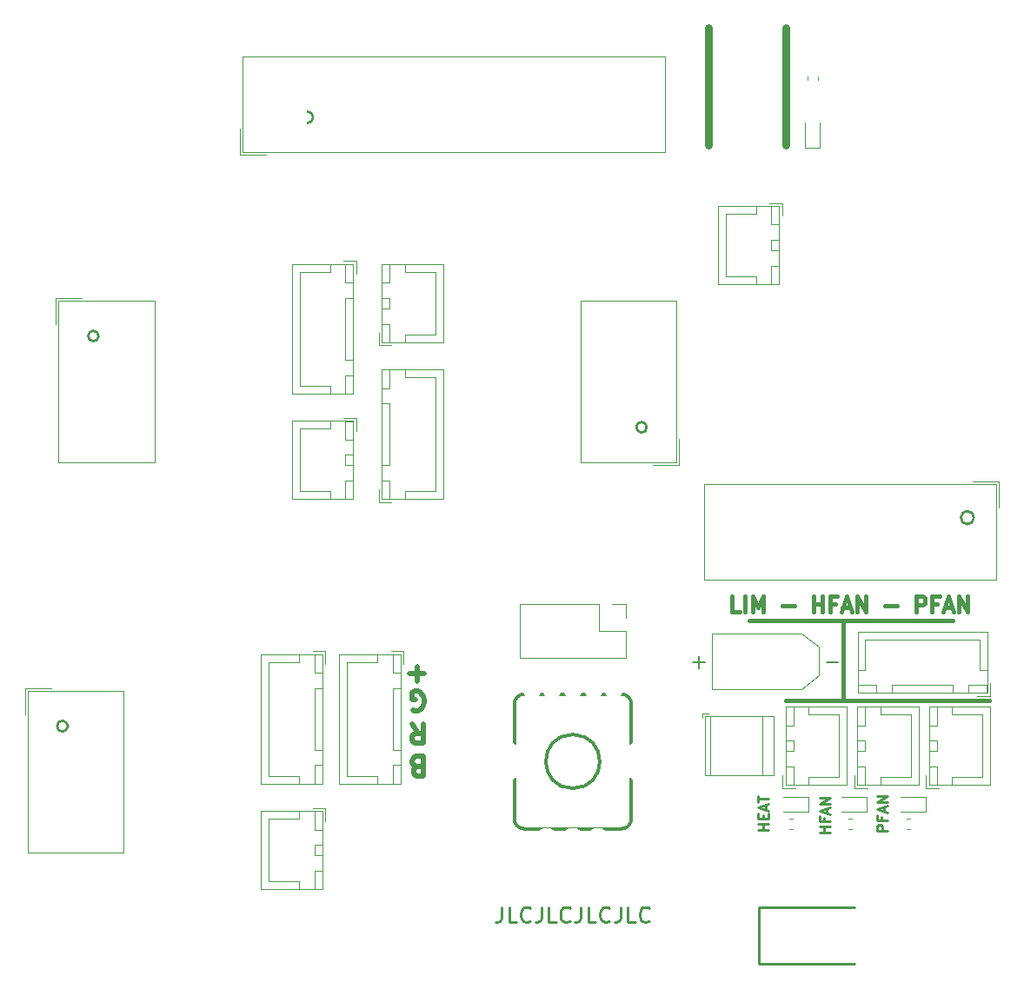
<source format=gbr>
%MOIN*%
%OFA0B0*%
%FSLAX46Y46*%
%IPPOS*%
%LPD*%
%ADD10C,0.01*%
%ADD11C,0.015000000000000001*%
%ADD12C,0.0047244094488188976*%
%ADD13C,0.005905511811023622*%
%ADD14C,0.25596850393700787*%
%ADD15C,0.16148031496062995*%
%ADD16R,0.15360629921259844X0.15360629921259844*%
%ADD17C,0.0039370078740157488*%
%ADD18C,0.041401574803149613*%
%ADD19O,0.082740157480314963X0.070929133858267726*%
%ADD20C,0.070929133858267726*%
%ADD21O,0.070929133858267726X0.080771653543307093*%
%ADD22C,0.086677165354330718*%
%ADD23R,0.086677165354330718X0.086677165354330718*%
%ADD24O,0.072000000000000008X0.072000000000000008*%
%ADD25R,0.072000000000000008X0.072000000000000008*%
%ADD36C,0.01*%
%ADD37C,0.029527559055118113*%
%ADD38C,0.0047244094488188976*%
%ADD39C,0.0039370078740157488*%
%ADD40C,0.24023622047244098*%
%ADD41C,0.4213385826771654*%
%ADD42C,0.041417322834645671*%
%ADD43O,0.082755905511811029X0.070944881889763792*%
%ADD44C,0.070944881889763792*%
%ADD45O,0.07201574803149606X0.07201574803149606*%
%ADD46R,0.07201574803149606X0.07201574803149606*%
%ADD47C,0.00984251968503937*%
%ADD48C,0.01*%
%ADD49C,0.018750000000000003*%
%ADD50C,0.0047244094488188976*%
%ADD51O,0.082755905511811029X0.070944881889763792*%
%ADD52C,0.0039370078740157488*%
%ADD53C,0.070944881889763792*%
%ADD54O,0.080787401574803158X0.070944881889763792*%
%ADD55O,0.07201574803149606X0.07201574803149606*%
%ADD56R,0.07201574803149606X0.07201574803149606*%
%ADD57C,0.4213385826771654*%
%ADD58C,0.00984251968503937*%
%ADD59O,0.070929133858267726X0.070929133858267726*%
%ADD60R,0.070929133858267726X0.070929133858267726*%
%ADD61C,0.0039370078740157488*%
%ADD62C,0.0728976377952756*%
%ADD63C,0.09258267716535433*%
%ADD64C,0.047307086614173231*%
%ADD65C,0.01*%
%ADD66C,0.0047244094488188976*%
%ADD67O,0.082740157480314963X0.070929133858267726*%
%ADD68C,0.0039370078740157488*%
%ADD69C,0.070929133858267726*%
%ADD70O,0.080771653543307093X0.070929133858267726*%
%ADD71O,0.072000000000000008X0.072000000000000008*%
%ADD72R,0.072000000000000008X0.072000000000000008*%
%ADD73C,0.42132283464566928*%
%ADD74C,0.01199996062992126*%
%ADD75C,0.0047244094488188976*%
%ADD76C,0.15163779527559057*%
%ADD77C,0.0728976377952756*%
%ADD78C,0.082740157480314963*%
%ADD79O,0.070929133858267726X0.070929133858267726*%
%ADD80R,0.070929133858267726X0.070929133858267726*%
%ADD81C,0.01*%
%ADD82C,0.0047244094488188976*%
%ADD83O,0.082740157480314963X0.070929133858267726*%
%ADD84C,0.0039370078740157488*%
%ADD85C,0.070929133858267726*%
%ADD86O,0.080771653543307093X0.070929133858267726*%
%ADD87O,0.072000000000000008X0.072000000000000008*%
%ADD88R,0.072000000000000008X0.072000000000000008*%
%ADD89C,0.42132283464566928*%
D10*
X0003782086Y0001919291D02*
G75*
G03X0003782086Y0001919291I-0000025000D01*
G01*
X0003450181Y0000718577D02*
X0003410181Y0000718577D01*
X0003410181Y0000733815D01*
X0003412086Y0000737624D01*
X0003413991Y0000739529D01*
X0003417800Y0000741434D01*
X0003423515Y0000741434D01*
X0003427324Y0000739529D01*
X0003429229Y0000737624D01*
X0003431134Y0000733815D01*
X0003431134Y0000718577D01*
X0003429229Y0000771910D02*
X0003429229Y0000758577D01*
X0003450181Y0000758577D02*
X0003410181Y0000758577D01*
X0003410181Y0000777624D01*
X0003438753Y0000790958D02*
X0003438753Y0000810005D01*
X0003450181Y0000787148D02*
X0003410181Y0000800481D01*
X0003450181Y0000813815D01*
X0003450181Y0000827148D02*
X0003410181Y0000827148D01*
X0003450181Y0000850005D01*
X0003410181Y0000850005D01*
X0003230181Y0000712624D02*
X0003190181Y0000712624D01*
X0003209229Y0000712624D02*
X0003209229Y0000735481D01*
X0003230181Y0000735481D02*
X0003190181Y0000735481D01*
X0003209229Y0000767862D02*
X0003209229Y0000754529D01*
X0003230181Y0000754529D02*
X0003190181Y0000754529D01*
X0003190181Y0000773577D01*
X0003218753Y0000786910D02*
X0003218753Y0000805958D01*
X0003230181Y0000783100D02*
X0003190181Y0000796434D01*
X0003230181Y0000809767D01*
X0003230181Y0000823100D02*
X0003190181Y0000823100D01*
X0003230181Y0000845958D01*
X0003190181Y0000845958D01*
X0002995181Y0000722386D02*
X0002955181Y0000722386D01*
X0002974229Y0000722386D02*
X0002974229Y0000745243D01*
X0002995181Y0000745243D02*
X0002955181Y0000745243D01*
X0002974229Y0000764291D02*
X0002974229Y0000777624D01*
X0002995181Y0000783338D02*
X0002995181Y0000764291D01*
X0002955181Y0000764291D01*
X0002955181Y0000783338D01*
X0002983753Y0000798577D02*
X0002983753Y0000817624D01*
X0002995181Y0000794767D02*
X0002955181Y0000808100D01*
X0002995181Y0000821434D01*
X0002955181Y0000829053D02*
X0002955181Y0000851910D01*
X0002995181Y0000840481D02*
X0002955181Y0000840481D01*
D11*
X0002922086Y0001524291D02*
X0003702086Y0001524291D01*
X0003062086Y0001219291D02*
X0003842086Y0001219291D01*
X0003282086Y0001524291D02*
X0003282086Y0001219291D01*
X0002884229Y0001557148D02*
X0002855658Y0001557148D01*
X0002855658Y0001617148D01*
X0002904229Y0001557148D02*
X0002904229Y0001617148D01*
X0002932800Y0001557148D02*
X0002932800Y0001617148D01*
X0002952800Y0001574291D01*
X0002972800Y0001617148D01*
X0002972800Y0001557148D01*
X0003047086Y0001580005D02*
X0003092800Y0001580005D01*
X0003167086Y0001557148D02*
X0003167086Y0001617148D01*
X0003167086Y0001588577D02*
X0003201372Y0001588577D01*
X0003201372Y0001557148D02*
X0003201372Y0001617148D01*
X0003249943Y0001588577D02*
X0003229943Y0001588577D01*
X0003229943Y0001557148D02*
X0003229943Y0001617148D01*
X0003258515Y0001617148D01*
X0003278515Y0001574291D02*
X0003307086Y0001574291D01*
X0003272800Y0001557148D02*
X0003292800Y0001617148D01*
X0003312800Y0001557148D01*
X0003332800Y0001557148D02*
X0003332800Y0001617148D01*
X0003367086Y0001557148D01*
X0003367086Y0001617148D01*
X0003441372Y0001580005D02*
X0003487086Y0001580005D01*
X0003561372Y0001557148D02*
X0003561372Y0001617148D01*
X0003584229Y0001617148D01*
X0003589943Y0001614291D01*
X0003592800Y0001611434D01*
X0003595658Y0001605719D01*
X0003595658Y0001597148D01*
X0003592800Y0001591434D01*
X0003589943Y0001588577D01*
X0003584229Y0001585719D01*
X0003561372Y0001585719D01*
X0003641372Y0001588577D02*
X0003621372Y0001588577D01*
X0003621372Y0001557148D02*
X0003621372Y0001617148D01*
X0003649943Y0001617148D01*
X0003669943Y0001574291D02*
X0003698515Y0001574291D01*
X0003664229Y0001557148D02*
X0003684229Y0001617148D01*
X0003704229Y0001557148D01*
X0003724229Y0001557148D02*
X0003724229Y0001617148D01*
X0003758515Y0001557148D01*
X0003758515Y0001617148D01*
D12*
X0003188779Y0001313779D02*
X0003188779Y0001424803D01*
X0003188779Y0001424803D02*
X0003121850Y0001475984D01*
X0003188779Y0001313779D02*
X0003121850Y0001262598D01*
X0003121850Y0001475984D02*
X0002778543Y0001475984D01*
X0002778543Y0001262598D02*
X0002778543Y0001475984D01*
X0003121850Y0001262598D02*
X0002778543Y0001262598D01*
X0003075343Y0000724212D02*
X0003088829Y0000724212D01*
X0003075343Y0000764370D02*
X0003088829Y0000764370D01*
X0003525343Y0000724212D02*
X0003538829Y0000724212D01*
X0003525343Y0000764370D02*
X0003538829Y0000764370D01*
X0003300343Y0000724212D02*
X0003313829Y0000724212D01*
X0003300343Y0000764370D02*
X0003313829Y0000764370D01*
X0003323818Y0000882086D02*
X0003373031Y0000882086D01*
X0003323818Y0000931299D02*
X0003323818Y0000882086D01*
X0003540354Y0001163582D02*
X0003540354Y0001043503D01*
X0003424212Y0001163582D02*
X0003540354Y0001163582D01*
X0003424212Y0001193110D02*
X0003424212Y0001163582D01*
X0003540354Y0000923425D02*
X0003540354Y0001043503D01*
X0003424212Y0000923425D02*
X0003540354Y0000923425D01*
X0003424212Y0000893897D02*
X0003424212Y0000923425D01*
X0003335629Y0001193110D02*
X0003335629Y0001122244D01*
X0003365157Y0001193110D02*
X0003335629Y0001193110D01*
X0003365157Y0001122244D02*
X0003365157Y0001193110D01*
X0003335629Y0001122244D02*
X0003365157Y0001122244D01*
X0003335629Y0000964763D02*
X0003335629Y0000893897D01*
X0003365157Y0000964763D02*
X0003335629Y0000964763D01*
X0003365157Y0000893897D02*
X0003365157Y0000964763D01*
X0003335629Y0000893897D02*
X0003365157Y0000893897D01*
X0003335629Y0001063188D02*
X0003335629Y0001023818D01*
X0003365157Y0001063188D02*
X0003335629Y0001063188D01*
X0003365157Y0001023818D02*
X0003365157Y0001063188D01*
X0003335629Y0001023818D02*
X0003365157Y0001023818D01*
X0003335236Y0001193503D02*
X0003335236Y0000893503D01*
X0003570275Y0001193503D02*
X0003335236Y0001193503D01*
X0003570275Y0000893503D02*
X0003570275Y0001193503D01*
X0003335236Y0000893503D02*
X0003570275Y0000893503D01*
X0003598818Y0000882086D02*
X0003648031Y0000882086D01*
X0003598818Y0000931299D02*
X0003598818Y0000882086D01*
X0003815354Y0001163582D02*
X0003815354Y0001043503D01*
X0003699212Y0001163582D02*
X0003815354Y0001163582D01*
X0003699212Y0001193110D02*
X0003699212Y0001163582D01*
X0003815354Y0000923425D02*
X0003815354Y0001043503D01*
X0003699212Y0000923425D02*
X0003815354Y0000923425D01*
X0003699212Y0000893897D02*
X0003699212Y0000923425D01*
X0003610629Y0001193110D02*
X0003610629Y0001122244D01*
X0003640157Y0001193110D02*
X0003610629Y0001193110D01*
X0003640157Y0001122244D02*
X0003640157Y0001193110D01*
X0003610629Y0001122244D02*
X0003640157Y0001122244D01*
X0003610629Y0000964763D02*
X0003610629Y0000893897D01*
X0003640157Y0000964763D02*
X0003610629Y0000964763D01*
X0003640157Y0000893897D02*
X0003640157Y0000964763D01*
X0003610629Y0000893897D02*
X0003640157Y0000893897D01*
X0003610629Y0001063188D02*
X0003610629Y0001023818D01*
X0003640157Y0001063188D02*
X0003610629Y0001063188D01*
X0003640157Y0001023818D02*
X0003640157Y0001063188D01*
X0003610629Y0001023818D02*
X0003640157Y0001023818D01*
X0003610236Y0001193503D02*
X0003610236Y0000893503D01*
X0003845275Y0001193503D02*
X0003610236Y0001193503D01*
X0003845275Y0000893503D02*
X0003845275Y0001193503D01*
X0003610236Y0000893503D02*
X0003845275Y0000893503D01*
X0003048818Y0000882086D02*
X0003098031Y0000882086D01*
X0003048818Y0000931299D02*
X0003048818Y0000882086D01*
X0003265354Y0001163582D02*
X0003265354Y0001043503D01*
X0003149212Y0001163582D02*
X0003265354Y0001163582D01*
X0003149212Y0001193110D02*
X0003149212Y0001163582D01*
X0003265354Y0000923425D02*
X0003265354Y0001043503D01*
X0003149212Y0000923425D02*
X0003265354Y0000923425D01*
X0003149212Y0000893897D02*
X0003149212Y0000923425D01*
X0003060629Y0001193110D02*
X0003060629Y0001122244D01*
X0003090157Y0001193110D02*
X0003060629Y0001193110D01*
X0003090157Y0001122244D02*
X0003090157Y0001193110D01*
X0003060629Y0001122244D02*
X0003090157Y0001122244D01*
X0003060629Y0000964763D02*
X0003060629Y0000893897D01*
X0003090157Y0000964763D02*
X0003060629Y0000964763D01*
X0003090157Y0000893897D02*
X0003090157Y0000964763D01*
X0003060629Y0000893897D02*
X0003090157Y0000893897D01*
X0003060629Y0001063188D02*
X0003060629Y0001023818D01*
X0003090157Y0001063188D02*
X0003060629Y0001063188D01*
X0003090157Y0001023818D02*
X0003090157Y0001063188D01*
X0003060629Y0001023818D02*
X0003090157Y0001023818D01*
X0003060236Y0001193503D02*
X0003060236Y0000893503D01*
X0003295275Y0001193503D02*
X0003060236Y0001193503D01*
X0003295275Y0000893503D02*
X0003295275Y0001193503D01*
X0003060236Y0000893503D02*
X0003295275Y0000893503D01*
X0003844291Y0001236023D02*
X0003844291Y0001285236D01*
X0003795078Y0001236023D02*
X0003844291Y0001236023D01*
X0003365944Y0001452559D02*
X0003584448Y0001452559D01*
X0003365944Y0001336417D02*
X0003365944Y0001452559D01*
X0003336417Y0001336417D02*
X0003365944Y0001336417D01*
X0003802952Y0001452559D02*
X0003584448Y0001452559D01*
X0003802952Y0001336417D02*
X0003802952Y0001452559D01*
X0003832480Y0001336417D02*
X0003802952Y0001336417D01*
X0003336417Y0001247834D02*
X0003407283Y0001247834D01*
X0003336417Y0001277362D02*
X0003336417Y0001247834D01*
X0003407283Y0001277362D02*
X0003336417Y0001277362D01*
X0003407283Y0001247834D02*
X0003407283Y0001277362D01*
X0003761614Y0001247834D02*
X0003832480Y0001247834D01*
X0003761614Y0001277362D02*
X0003761614Y0001247834D01*
X0003832480Y0001277362D02*
X0003761614Y0001277362D01*
X0003832480Y0001247834D02*
X0003832480Y0001277362D01*
X0003466338Y0001247834D02*
X0003702559Y0001247834D01*
X0003466338Y0001277362D02*
X0003466338Y0001247834D01*
X0003702559Y0001277362D02*
X0003466338Y0001277362D01*
X0003702559Y0001247834D02*
X0003702559Y0001277362D01*
X0003336023Y0001247440D02*
X0003832874Y0001247440D01*
X0003336023Y0001482480D02*
X0003336023Y0001247440D01*
X0003832874Y0001482480D02*
X0003336023Y0001482480D01*
X0003832874Y0001247440D02*
X0003832874Y0001482480D01*
X0002739960Y0001167519D02*
X0002739960Y0001151771D01*
X0002765157Y0001167519D02*
X0002739960Y0001167519D01*
X0003014763Y0000930511D02*
X0002749409Y0000930511D01*
X0003014763Y0001158070D02*
X0002749409Y0001158070D01*
X0002749409Y0001158070D02*
X0002749409Y0000930511D01*
X0003014763Y0001158070D02*
X0003014763Y0000930511D01*
X0002970669Y0001158070D02*
X0002970669Y0000930511D01*
X0002769881Y0001158070D02*
X0002769881Y0000930511D01*
X0003877559Y0002058070D02*
X0003877559Y0001958070D01*
X0003877559Y0002058070D02*
X0003777559Y0002058070D01*
X0003867716Y0002048228D02*
X0003867716Y0001680118D01*
X0002746456Y0002048228D02*
X0003867716Y0002048228D01*
X0002746456Y0001680118D02*
X0002746456Y0002048228D01*
X0003867716Y0001680118D02*
X0002746456Y0001680118D01*
X0003147440Y0000848228D02*
X0003050590Y0000848228D01*
X0003147440Y0000790354D02*
X0003147440Y0000848228D01*
X0003050590Y0000790354D02*
X0003147440Y0000790354D01*
X0003597440Y0000848228D02*
X0003500590Y0000848228D01*
X0003597440Y0000790354D02*
X0003597440Y0000848228D01*
X0003500590Y0000790354D02*
X0003597440Y0000790354D01*
X0003372440Y0000848228D02*
X0003275590Y0000848228D01*
X0003372440Y0000790354D02*
X0003372440Y0000848228D01*
X0003275590Y0000790354D02*
X0003372440Y0000790354D01*
D13*
X0003217069Y0001365073D02*
X0003262064Y0001365073D01*
X0002705258Y0001365073D02*
X0002750253Y0001365073D01*
X0002727755Y0001342575D02*
X0002727755Y0001387570D01*
%LPC*%
D14*
X0003661417Y0002421259D03*
X0002952755Y0002421259D03*
D15*
X0002885236Y0001369291D03*
D16*
X0003082086Y0001369291D03*
D17*
G36*
X0003129868Y0000764942D02*
G01*
X0003130873Y0000764793D01*
X0003131858Y0000764546D01*
X0003132815Y0000764204D01*
X0003133733Y0000763769D01*
X0003134604Y0000763247D01*
X0003135420Y0000762642D01*
X0003136173Y0000761960D01*
X0003136855Y0000761207D01*
X0003137460Y0000760392D01*
X0003137982Y0000759520D01*
X0003138416Y0000758602D01*
X0003138759Y0000757646D01*
X0003139005Y0000756660D01*
X0003139154Y0000755656D01*
X0003139204Y0000754641D01*
X0003139204Y0000733940D01*
X0003139154Y0000732926D01*
X0003139005Y0000731921D01*
X0003138759Y0000730936D01*
X0003138416Y0000729980D01*
X0003137982Y0000729061D01*
X0003137460Y0000728190D01*
X0003136855Y0000727374D01*
X0003136173Y0000726622D01*
X0003135420Y0000725940D01*
X0003134604Y0000725334D01*
X0003133733Y0000724812D01*
X0003132815Y0000724378D01*
X0003131858Y0000724036D01*
X0003130873Y0000723789D01*
X0003129868Y0000723640D01*
X0003128854Y0000723590D01*
X0003104216Y0000723590D01*
X0003103202Y0000723640D01*
X0003102197Y0000723789D01*
X0003101211Y0000724036D01*
X0003100255Y0000724378D01*
X0003099337Y0000724812D01*
X0003098466Y0000725334D01*
X0003097650Y0000725940D01*
X0003096897Y0000726622D01*
X0003096215Y0000727374D01*
X0003095610Y0000728190D01*
X0003095088Y0000729061D01*
X0003094654Y0000729980D01*
X0003094311Y0000730936D01*
X0003094065Y0000731921D01*
X0003093915Y0000732926D01*
X0003093866Y0000733940D01*
X0003093866Y0000754641D01*
X0003093915Y0000755656D01*
X0003094065Y0000756660D01*
X0003094311Y0000757646D01*
X0003094654Y0000758602D01*
X0003095088Y0000759520D01*
X0003095610Y0000760392D01*
X0003096215Y0000761207D01*
X0003096897Y0000761960D01*
X0003097650Y0000762642D01*
X0003098466Y0000763247D01*
X0003099337Y0000763769D01*
X0003100255Y0000764204D01*
X0003101211Y0000764546D01*
X0003102197Y0000764793D01*
X0003103202Y0000764942D01*
X0003104216Y0000764992D01*
X0003128854Y0000764992D01*
X0003129868Y0000764942D01*
X0003129868Y0000764942D01*
G37*
D18*
X0003116535Y0000744291D03*
D17*
G36*
X0003060971Y0000764942D02*
G01*
X0003061975Y0000764793D01*
X0003062961Y0000764546D01*
X0003063917Y0000764204D01*
X0003064835Y0000763769D01*
X0003065707Y0000763247D01*
X0003066522Y0000762642D01*
X0003067275Y0000761960D01*
X0003067957Y0000761207D01*
X0003068562Y0000760392D01*
X0003069084Y0000759520D01*
X0003069519Y0000758602D01*
X0003069861Y0000757646D01*
X0003070108Y0000756660D01*
X0003070257Y0000755656D01*
X0003070307Y0000754641D01*
X0003070307Y0000733940D01*
X0003070257Y0000732926D01*
X0003070108Y0000731921D01*
X0003069861Y0000730936D01*
X0003069519Y0000729980D01*
X0003069084Y0000729061D01*
X0003068562Y0000728190D01*
X0003067957Y0000727374D01*
X0003067275Y0000726622D01*
X0003066522Y0000725940D01*
X0003065707Y0000725334D01*
X0003064835Y0000724812D01*
X0003063917Y0000724378D01*
X0003062961Y0000724036D01*
X0003061975Y0000723789D01*
X0003060971Y0000723640D01*
X0003059956Y0000723590D01*
X0003035318Y0000723590D01*
X0003034304Y0000723640D01*
X0003033299Y0000723789D01*
X0003032314Y0000724036D01*
X0003031357Y0000724378D01*
X0003030439Y0000724812D01*
X0003029568Y0000725334D01*
X0003028752Y0000725940D01*
X0003028000Y0000726622D01*
X0003027317Y0000727374D01*
X0003026712Y0000728190D01*
X0003026190Y0000729061D01*
X0003025756Y0000729980D01*
X0003025414Y0000730936D01*
X0003025167Y0000731921D01*
X0003025018Y0000732926D01*
X0003024968Y0000733940D01*
X0003024968Y0000754641D01*
X0003025018Y0000755656D01*
X0003025167Y0000756660D01*
X0003025414Y0000757646D01*
X0003025756Y0000758602D01*
X0003026190Y0000759520D01*
X0003026712Y0000760392D01*
X0003027317Y0000761207D01*
X0003028000Y0000761960D01*
X0003028752Y0000762642D01*
X0003029568Y0000763247D01*
X0003030439Y0000763769D01*
X0003031357Y0000764204D01*
X0003032314Y0000764546D01*
X0003033299Y0000764793D01*
X0003034304Y0000764942D01*
X0003035318Y0000764992D01*
X0003059956Y0000764992D01*
X0003060971Y0000764942D01*
X0003060971Y0000764942D01*
G37*
D18*
X0003047637Y0000744291D03*
D17*
G36*
X0003579868Y0000764942D02*
G01*
X0003580873Y0000764793D01*
X0003581858Y0000764546D01*
X0003582815Y0000764204D01*
X0003583733Y0000763769D01*
X0003584604Y0000763247D01*
X0003585420Y0000762642D01*
X0003586173Y0000761960D01*
X0003586855Y0000761207D01*
X0003587460Y0000760392D01*
X0003587982Y0000759520D01*
X0003588416Y0000758602D01*
X0003588759Y0000757646D01*
X0003589005Y0000756660D01*
X0003589154Y0000755656D01*
X0003589204Y0000754641D01*
X0003589204Y0000733940D01*
X0003589154Y0000732926D01*
X0003589005Y0000731921D01*
X0003588759Y0000730936D01*
X0003588416Y0000729980D01*
X0003587982Y0000729061D01*
X0003587460Y0000728190D01*
X0003586855Y0000727374D01*
X0003586173Y0000726622D01*
X0003585420Y0000725940D01*
X0003584604Y0000725334D01*
X0003583733Y0000724812D01*
X0003582815Y0000724378D01*
X0003581858Y0000724036D01*
X0003580873Y0000723789D01*
X0003579868Y0000723640D01*
X0003578854Y0000723590D01*
X0003554216Y0000723590D01*
X0003553202Y0000723640D01*
X0003552197Y0000723789D01*
X0003551211Y0000724036D01*
X0003550255Y0000724378D01*
X0003549337Y0000724812D01*
X0003548466Y0000725334D01*
X0003547650Y0000725940D01*
X0003546897Y0000726622D01*
X0003546215Y0000727374D01*
X0003545610Y0000728190D01*
X0003545088Y0000729061D01*
X0003544654Y0000729980D01*
X0003544311Y0000730936D01*
X0003544065Y0000731921D01*
X0003543915Y0000732926D01*
X0003543866Y0000733940D01*
X0003543866Y0000754641D01*
X0003543915Y0000755656D01*
X0003544065Y0000756660D01*
X0003544311Y0000757646D01*
X0003544654Y0000758602D01*
X0003545088Y0000759520D01*
X0003545610Y0000760392D01*
X0003546215Y0000761207D01*
X0003546897Y0000761960D01*
X0003547650Y0000762642D01*
X0003548466Y0000763247D01*
X0003549337Y0000763769D01*
X0003550255Y0000764204D01*
X0003551211Y0000764546D01*
X0003552197Y0000764793D01*
X0003553202Y0000764942D01*
X0003554216Y0000764992D01*
X0003578854Y0000764992D01*
X0003579868Y0000764942D01*
X0003579868Y0000764942D01*
G37*
D18*
X0003566535Y0000744291D03*
D17*
G36*
X0003510971Y0000764942D02*
G01*
X0003511975Y0000764793D01*
X0003512961Y0000764546D01*
X0003513917Y0000764204D01*
X0003514835Y0000763769D01*
X0003515707Y0000763247D01*
X0003516522Y0000762642D01*
X0003517275Y0000761960D01*
X0003517957Y0000761207D01*
X0003518562Y0000760392D01*
X0003519084Y0000759520D01*
X0003519519Y0000758602D01*
X0003519861Y0000757646D01*
X0003520108Y0000756660D01*
X0003520257Y0000755656D01*
X0003520307Y0000754641D01*
X0003520307Y0000733940D01*
X0003520257Y0000732926D01*
X0003520108Y0000731921D01*
X0003519861Y0000730936D01*
X0003519519Y0000729980D01*
X0003519084Y0000729061D01*
X0003518562Y0000728190D01*
X0003517957Y0000727374D01*
X0003517275Y0000726622D01*
X0003516522Y0000725940D01*
X0003515707Y0000725334D01*
X0003514835Y0000724812D01*
X0003513917Y0000724378D01*
X0003512961Y0000724036D01*
X0003511975Y0000723789D01*
X0003510971Y0000723640D01*
X0003509956Y0000723590D01*
X0003485318Y0000723590D01*
X0003484304Y0000723640D01*
X0003483299Y0000723789D01*
X0003482314Y0000724036D01*
X0003481357Y0000724378D01*
X0003480439Y0000724812D01*
X0003479568Y0000725334D01*
X0003478752Y0000725940D01*
X0003478000Y0000726622D01*
X0003477317Y0000727374D01*
X0003476712Y0000728190D01*
X0003476190Y0000729061D01*
X0003475756Y0000729980D01*
X0003475414Y0000730936D01*
X0003475167Y0000731921D01*
X0003475018Y0000732926D01*
X0003474968Y0000733940D01*
X0003474968Y0000754641D01*
X0003475018Y0000755656D01*
X0003475167Y0000756660D01*
X0003475414Y0000757646D01*
X0003475756Y0000758602D01*
X0003476190Y0000759520D01*
X0003476712Y0000760392D01*
X0003477317Y0000761207D01*
X0003478000Y0000761960D01*
X0003478752Y0000762642D01*
X0003479568Y0000763247D01*
X0003480439Y0000763769D01*
X0003481357Y0000764204D01*
X0003482314Y0000764546D01*
X0003483299Y0000764793D01*
X0003484304Y0000764942D01*
X0003485318Y0000764992D01*
X0003509956Y0000764992D01*
X0003510971Y0000764942D01*
X0003510971Y0000764942D01*
G37*
D18*
X0003497637Y0000744291D03*
D17*
G36*
X0003354868Y0000764942D02*
G01*
X0003355873Y0000764793D01*
X0003356858Y0000764546D01*
X0003357815Y0000764204D01*
X0003358733Y0000763769D01*
X0003359604Y0000763247D01*
X0003360420Y0000762642D01*
X0003361173Y0000761960D01*
X0003361855Y0000761207D01*
X0003362460Y0000760392D01*
X0003362982Y0000759520D01*
X0003363416Y0000758602D01*
X0003363759Y0000757646D01*
X0003364005Y0000756660D01*
X0003364154Y0000755656D01*
X0003364204Y0000754641D01*
X0003364204Y0000733940D01*
X0003364154Y0000732926D01*
X0003364005Y0000731921D01*
X0003363759Y0000730936D01*
X0003363416Y0000729980D01*
X0003362982Y0000729061D01*
X0003362460Y0000728190D01*
X0003361855Y0000727374D01*
X0003361173Y0000726622D01*
X0003360420Y0000725940D01*
X0003359604Y0000725334D01*
X0003358733Y0000724812D01*
X0003357815Y0000724378D01*
X0003356858Y0000724036D01*
X0003355873Y0000723789D01*
X0003354868Y0000723640D01*
X0003353854Y0000723590D01*
X0003329216Y0000723590D01*
X0003328202Y0000723640D01*
X0003327197Y0000723789D01*
X0003326211Y0000724036D01*
X0003325255Y0000724378D01*
X0003324337Y0000724812D01*
X0003323466Y0000725334D01*
X0003322650Y0000725940D01*
X0003321897Y0000726622D01*
X0003321215Y0000727374D01*
X0003320610Y0000728190D01*
X0003320088Y0000729061D01*
X0003319654Y0000729980D01*
X0003319311Y0000730936D01*
X0003319065Y0000731921D01*
X0003318915Y0000732926D01*
X0003318866Y0000733940D01*
X0003318866Y0000754641D01*
X0003318915Y0000755656D01*
X0003319065Y0000756660D01*
X0003319311Y0000757646D01*
X0003319654Y0000758602D01*
X0003320088Y0000759520D01*
X0003320610Y0000760392D01*
X0003321215Y0000761207D01*
X0003321897Y0000761960D01*
X0003322650Y0000762642D01*
X0003323466Y0000763247D01*
X0003324337Y0000763769D01*
X0003325255Y0000764204D01*
X0003326211Y0000764546D01*
X0003327197Y0000764793D01*
X0003328202Y0000764942D01*
X0003329216Y0000764992D01*
X0003353854Y0000764992D01*
X0003354868Y0000764942D01*
X0003354868Y0000764942D01*
G37*
D18*
X0003341535Y0000744291D03*
D17*
G36*
X0003285971Y0000764942D02*
G01*
X0003286975Y0000764793D01*
X0003287961Y0000764546D01*
X0003288917Y0000764204D01*
X0003289835Y0000763769D01*
X0003290707Y0000763247D01*
X0003291522Y0000762642D01*
X0003292275Y0000761960D01*
X0003292957Y0000761207D01*
X0003293562Y0000760392D01*
X0003294084Y0000759520D01*
X0003294519Y0000758602D01*
X0003294861Y0000757646D01*
X0003295108Y0000756660D01*
X0003295257Y0000755656D01*
X0003295307Y0000754641D01*
X0003295307Y0000733940D01*
X0003295257Y0000732926D01*
X0003295108Y0000731921D01*
X0003294861Y0000730936D01*
X0003294519Y0000729980D01*
X0003294084Y0000729061D01*
X0003293562Y0000728190D01*
X0003292957Y0000727374D01*
X0003292275Y0000726622D01*
X0003291522Y0000725940D01*
X0003290707Y0000725334D01*
X0003289835Y0000724812D01*
X0003288917Y0000724378D01*
X0003287961Y0000724036D01*
X0003286975Y0000723789D01*
X0003285971Y0000723640D01*
X0003284956Y0000723590D01*
X0003260318Y0000723590D01*
X0003259304Y0000723640D01*
X0003258299Y0000723789D01*
X0003257314Y0000724036D01*
X0003256357Y0000724378D01*
X0003255439Y0000724812D01*
X0003254568Y0000725334D01*
X0003253752Y0000725940D01*
X0003253000Y0000726622D01*
X0003252317Y0000727374D01*
X0003251712Y0000728190D01*
X0003251190Y0000729061D01*
X0003250756Y0000729980D01*
X0003250414Y0000730936D01*
X0003250167Y0000731921D01*
X0003250018Y0000732926D01*
X0003249968Y0000733940D01*
X0003249968Y0000754641D01*
X0003250018Y0000755656D01*
X0003250167Y0000756660D01*
X0003250414Y0000757646D01*
X0003250756Y0000758602D01*
X0003251190Y0000759520D01*
X0003251712Y0000760392D01*
X0003252317Y0000761207D01*
X0003253000Y0000761960D01*
X0003253752Y0000762642D01*
X0003254568Y0000763247D01*
X0003255439Y0000763769D01*
X0003256357Y0000764204D01*
X0003257314Y0000764546D01*
X0003258299Y0000764793D01*
X0003259304Y0000764942D01*
X0003260318Y0000764992D01*
X0003284956Y0000764992D01*
X0003285971Y0000764942D01*
X0003285971Y0000764942D01*
G37*
D18*
X0003272637Y0000744291D03*
D19*
X0003432086Y0001092716D03*
D17*
G36*
X0003464048Y0001029705D02*
G01*
X0003465060Y0001029555D01*
X0003466053Y0001029306D01*
X0003467017Y0001028961D01*
X0003467942Y0001028524D01*
X0003468820Y0001027997D01*
X0003469643Y0001027388D01*
X0003470401Y0001026700D01*
X0003471089Y0001025942D01*
X0003471698Y0001025120D01*
X0003472225Y0001024242D01*
X0003472662Y0001023316D01*
X0003473007Y0001022353D01*
X0003473256Y0001021360D01*
X0003473406Y0001020347D01*
X0003473456Y0001019325D01*
X0003473456Y0000969257D01*
X0003473406Y0000968235D01*
X0003473256Y0000967222D01*
X0003473007Y0000966229D01*
X0003472662Y0000965265D01*
X0003472225Y0000964340D01*
X0003471698Y0000963462D01*
X0003471089Y0000962640D01*
X0003470401Y0000961881D01*
X0003469643Y0000961194D01*
X0003468820Y0000960584D01*
X0003467942Y0000960058D01*
X0003467017Y0000959620D01*
X0003466053Y0000959275D01*
X0003465060Y0000959027D01*
X0003464048Y0000958877D01*
X0003463025Y0000958826D01*
X0003401147Y0000958826D01*
X0003400124Y0000958877D01*
X0003399112Y0000959027D01*
X0003398119Y0000959275D01*
X0003397155Y0000959620D01*
X0003396230Y0000960058D01*
X0003395352Y0000960584D01*
X0003394530Y0000961194D01*
X0003393771Y0000961881D01*
X0003393084Y0000962640D01*
X0003392474Y0000963462D01*
X0003391948Y0000964340D01*
X0003391510Y0000965265D01*
X0003391165Y0000966229D01*
X0003390916Y0000967222D01*
X0003390766Y0000968235D01*
X0003390716Y0000969257D01*
X0003390716Y0001019325D01*
X0003390766Y0001020347D01*
X0003390916Y0001021360D01*
X0003391165Y0001022353D01*
X0003391510Y0001023316D01*
X0003391948Y0001024242D01*
X0003392474Y0001025120D01*
X0003393084Y0001025942D01*
X0003393771Y0001026700D01*
X0003394530Y0001027388D01*
X0003395352Y0001027997D01*
X0003396230Y0001028524D01*
X0003397155Y0001028961D01*
X0003398119Y0001029306D01*
X0003399112Y0001029555D01*
X0003400124Y0001029705D01*
X0003401147Y0001029755D01*
X0003463025Y0001029755D01*
X0003464048Y0001029705D01*
X0003464048Y0001029705D01*
G37*
D20*
X0003432086Y0000994291D03*
D19*
X0003707086Y0001092716D03*
D17*
G36*
X0003739048Y0001029705D02*
G01*
X0003740060Y0001029555D01*
X0003741053Y0001029306D01*
X0003742017Y0001028961D01*
X0003742942Y0001028524D01*
X0003743820Y0001027997D01*
X0003744643Y0001027388D01*
X0003745401Y0001026700D01*
X0003746089Y0001025942D01*
X0003746698Y0001025120D01*
X0003747225Y0001024242D01*
X0003747662Y0001023316D01*
X0003748007Y0001022353D01*
X0003748256Y0001021360D01*
X0003748406Y0001020347D01*
X0003748456Y0001019325D01*
X0003748456Y0000969257D01*
X0003748406Y0000968235D01*
X0003748256Y0000967222D01*
X0003748007Y0000966229D01*
X0003747662Y0000965265D01*
X0003747225Y0000964340D01*
X0003746698Y0000963462D01*
X0003746089Y0000962640D01*
X0003745401Y0000961881D01*
X0003744643Y0000961194D01*
X0003743820Y0000960584D01*
X0003742942Y0000960058D01*
X0003742017Y0000959620D01*
X0003741053Y0000959275D01*
X0003740060Y0000959027D01*
X0003739048Y0000958877D01*
X0003738025Y0000958826D01*
X0003676147Y0000958826D01*
X0003675124Y0000958877D01*
X0003674112Y0000959027D01*
X0003673119Y0000959275D01*
X0003672155Y0000959620D01*
X0003671230Y0000960058D01*
X0003670352Y0000960584D01*
X0003669530Y0000961194D01*
X0003668771Y0000961881D01*
X0003668084Y0000962640D01*
X0003667474Y0000963462D01*
X0003666948Y0000964340D01*
X0003666510Y0000965265D01*
X0003666165Y0000966229D01*
X0003665916Y0000967222D01*
X0003665766Y0000968235D01*
X0003665716Y0000969257D01*
X0003665716Y0001019325D01*
X0003665766Y0001020347D01*
X0003665916Y0001021360D01*
X0003666165Y0001022353D01*
X0003666510Y0001023316D01*
X0003666948Y0001024242D01*
X0003667474Y0001025120D01*
X0003668084Y0001025942D01*
X0003668771Y0001026700D01*
X0003669530Y0001027388D01*
X0003670352Y0001027997D01*
X0003671230Y0001028524D01*
X0003672155Y0001028961D01*
X0003673119Y0001029306D01*
X0003674112Y0001029555D01*
X0003675124Y0001029705D01*
X0003676147Y0001029755D01*
X0003738025Y0001029755D01*
X0003739048Y0001029705D01*
X0003739048Y0001029705D01*
G37*
D20*
X0003707086Y0000994291D03*
D19*
X0003157086Y0001092716D03*
D17*
G36*
X0003189048Y0001029705D02*
G01*
X0003190060Y0001029555D01*
X0003191053Y0001029306D01*
X0003192017Y0001028961D01*
X0003192942Y0001028524D01*
X0003193820Y0001027997D01*
X0003194643Y0001027388D01*
X0003195401Y0001026700D01*
X0003196089Y0001025942D01*
X0003196698Y0001025120D01*
X0003197225Y0001024242D01*
X0003197662Y0001023316D01*
X0003198007Y0001022353D01*
X0003198256Y0001021360D01*
X0003198406Y0001020347D01*
X0003198456Y0001019325D01*
X0003198456Y0000969257D01*
X0003198406Y0000968235D01*
X0003198256Y0000967222D01*
X0003198007Y0000966229D01*
X0003197662Y0000965265D01*
X0003197225Y0000964340D01*
X0003196698Y0000963462D01*
X0003196089Y0000962640D01*
X0003195401Y0000961881D01*
X0003194643Y0000961194D01*
X0003193820Y0000960584D01*
X0003192942Y0000960058D01*
X0003192017Y0000959620D01*
X0003191053Y0000959275D01*
X0003190060Y0000959027D01*
X0003189048Y0000958877D01*
X0003188025Y0000958826D01*
X0003126147Y0000958826D01*
X0003125124Y0000958877D01*
X0003124112Y0000959027D01*
X0003123119Y0000959275D01*
X0003122155Y0000959620D01*
X0003121230Y0000960058D01*
X0003120352Y0000960584D01*
X0003119530Y0000961194D01*
X0003118771Y0000961881D01*
X0003118084Y0000962640D01*
X0003117474Y0000963462D01*
X0003116948Y0000964340D01*
X0003116510Y0000965265D01*
X0003116165Y0000966229D01*
X0003115916Y0000967222D01*
X0003115766Y0000968235D01*
X0003115716Y0000969257D01*
X0003115716Y0001019325D01*
X0003115766Y0001020347D01*
X0003115916Y0001021360D01*
X0003116165Y0001022353D01*
X0003116510Y0001023316D01*
X0003116948Y0001024242D01*
X0003117474Y0001025120D01*
X0003118084Y0001025942D01*
X0003118771Y0001026700D01*
X0003119530Y0001027388D01*
X0003120352Y0001027997D01*
X0003121230Y0001028524D01*
X0003122155Y0001028961D01*
X0003123119Y0001029306D01*
X0003124112Y0001029555D01*
X0003125124Y0001029705D01*
X0003126147Y0001029755D01*
X0003188025Y0001029755D01*
X0003189048Y0001029705D01*
X0003189048Y0001029705D01*
G37*
D20*
X0003157086Y0000994291D03*
D21*
X0003436811Y0001344291D03*
X0003535236Y0001344291D03*
X0003633661Y0001344291D03*
D17*
G36*
X0003758142Y0001384626D02*
G01*
X0003759155Y0001384476D01*
X0003760148Y0001384228D01*
X0003761112Y0001383883D01*
X0003762037Y0001383445D01*
X0003762915Y0001382919D01*
X0003763737Y0001382309D01*
X0003764496Y0001381622D01*
X0003765183Y0001380863D01*
X0003765793Y0001380041D01*
X0003766319Y0001379163D01*
X0003766757Y0001378238D01*
X0003767102Y0001377274D01*
X0003767350Y0001376281D01*
X0003767500Y0001375268D01*
X0003767551Y0001374246D01*
X0003767551Y0001314336D01*
X0003767500Y0001313313D01*
X0003767350Y0001312301D01*
X0003767102Y0001311308D01*
X0003766757Y0001310344D01*
X0003766319Y0001309419D01*
X0003765793Y0001308541D01*
X0003765183Y0001307719D01*
X0003764496Y0001306960D01*
X0003763737Y0001306273D01*
X0003762915Y0001305663D01*
X0003762037Y0001305137D01*
X0003761112Y0001304699D01*
X0003760148Y0001304354D01*
X0003759155Y0001304105D01*
X0003758142Y0001303955D01*
X0003757120Y0001303905D01*
X0003707052Y0001303905D01*
X0003706030Y0001303955D01*
X0003705017Y0001304105D01*
X0003704024Y0001304354D01*
X0003703061Y0001304699D01*
X0003702135Y0001305137D01*
X0003701257Y0001305663D01*
X0003700435Y0001306273D01*
X0003699677Y0001306960D01*
X0003698989Y0001307719D01*
X0003698379Y0001308541D01*
X0003697853Y0001309419D01*
X0003697416Y0001310344D01*
X0003697071Y0001311308D01*
X0003696822Y0001312301D01*
X0003696672Y0001313313D01*
X0003696622Y0001314336D01*
X0003696622Y0001374246D01*
X0003696672Y0001375268D01*
X0003696822Y0001376281D01*
X0003697071Y0001377274D01*
X0003697416Y0001378238D01*
X0003697853Y0001379163D01*
X0003698379Y0001380041D01*
X0003698989Y0001380863D01*
X0003699677Y0001381622D01*
X0003700435Y0001382309D01*
X0003701257Y0001382919D01*
X0003702135Y0001383445D01*
X0003703061Y0001383883D01*
X0003704024Y0001384228D01*
X0003705017Y0001384476D01*
X0003706030Y0001384626D01*
X0003707052Y0001384677D01*
X0003757120Y0001384677D01*
X0003758142Y0001384626D01*
X0003758142Y0001384626D01*
G37*
D20*
X0003732086Y0001344291D03*
D22*
X0002882086Y0000994291D03*
D23*
X0002882086Y0001094291D03*
D24*
X0002957086Y0001814173D03*
X0002957086Y0001914173D03*
X0003057086Y0001814173D03*
X0003057086Y0001914173D03*
X0003157086Y0001814173D03*
X0003157086Y0001914173D03*
X0003257086Y0001814173D03*
X0003257086Y0001914173D03*
X0003357086Y0001814173D03*
X0003357086Y0001914173D03*
X0003457086Y0001814173D03*
X0003457086Y0001914173D03*
X0003557086Y0001814173D03*
X0003557086Y0001914173D03*
X0003657086Y0001814173D03*
D25*
X0003657086Y0001914173D03*
D17*
G36*
X0003060971Y0000839942D02*
G01*
X0003061975Y0000839793D01*
X0003062961Y0000839546D01*
X0003063917Y0000839204D01*
X0003064835Y0000838769D01*
X0003065707Y0000838247D01*
X0003066522Y0000837642D01*
X0003067275Y0000836960D01*
X0003067957Y0000836207D01*
X0003068562Y0000835392D01*
X0003069084Y0000834520D01*
X0003069519Y0000833602D01*
X0003069861Y0000832646D01*
X0003070108Y0000831660D01*
X0003070257Y0000830656D01*
X0003070307Y0000829641D01*
X0003070307Y0000808940D01*
X0003070257Y0000807926D01*
X0003070108Y0000806921D01*
X0003069861Y0000805936D01*
X0003069519Y0000804980D01*
X0003069084Y0000804061D01*
X0003068562Y0000803190D01*
X0003067957Y0000802374D01*
X0003067275Y0000801622D01*
X0003066522Y0000800940D01*
X0003065707Y0000800334D01*
X0003064835Y0000799812D01*
X0003063917Y0000799378D01*
X0003062961Y0000799036D01*
X0003061975Y0000798789D01*
X0003060971Y0000798640D01*
X0003059956Y0000798590D01*
X0003035318Y0000798590D01*
X0003034304Y0000798640D01*
X0003033299Y0000798789D01*
X0003032314Y0000799036D01*
X0003031357Y0000799378D01*
X0003030439Y0000799812D01*
X0003029568Y0000800334D01*
X0003028752Y0000800940D01*
X0003028000Y0000801622D01*
X0003027317Y0000802374D01*
X0003026712Y0000803190D01*
X0003026190Y0000804061D01*
X0003025756Y0000804980D01*
X0003025414Y0000805936D01*
X0003025167Y0000806921D01*
X0003025018Y0000807926D01*
X0003024968Y0000808940D01*
X0003024968Y0000829641D01*
X0003025018Y0000830656D01*
X0003025167Y0000831660D01*
X0003025414Y0000832646D01*
X0003025756Y0000833602D01*
X0003026190Y0000834520D01*
X0003026712Y0000835392D01*
X0003027317Y0000836207D01*
X0003028000Y0000836960D01*
X0003028752Y0000837642D01*
X0003029568Y0000838247D01*
X0003030439Y0000838769D01*
X0003031357Y0000839204D01*
X0003032314Y0000839546D01*
X0003033299Y0000839793D01*
X0003034304Y0000839942D01*
X0003035318Y0000839992D01*
X0003059956Y0000839992D01*
X0003060971Y0000839942D01*
X0003060971Y0000839942D01*
G37*
D18*
X0003047637Y0000819291D03*
D17*
G36*
X0003129868Y0000839942D02*
G01*
X0003130873Y0000839793D01*
X0003131858Y0000839546D01*
X0003132815Y0000839204D01*
X0003133733Y0000838769D01*
X0003134604Y0000838247D01*
X0003135420Y0000837642D01*
X0003136173Y0000836960D01*
X0003136855Y0000836207D01*
X0003137460Y0000835392D01*
X0003137982Y0000834520D01*
X0003138416Y0000833602D01*
X0003138759Y0000832646D01*
X0003139005Y0000831660D01*
X0003139154Y0000830656D01*
X0003139204Y0000829641D01*
X0003139204Y0000808940D01*
X0003139154Y0000807926D01*
X0003139005Y0000806921D01*
X0003138759Y0000805936D01*
X0003138416Y0000804980D01*
X0003137982Y0000804061D01*
X0003137460Y0000803190D01*
X0003136855Y0000802374D01*
X0003136173Y0000801622D01*
X0003135420Y0000800940D01*
X0003134604Y0000800334D01*
X0003133733Y0000799812D01*
X0003132815Y0000799378D01*
X0003131858Y0000799036D01*
X0003130873Y0000798789D01*
X0003129868Y0000798640D01*
X0003128854Y0000798590D01*
X0003104216Y0000798590D01*
X0003103202Y0000798640D01*
X0003102197Y0000798789D01*
X0003101211Y0000799036D01*
X0003100255Y0000799378D01*
X0003099337Y0000799812D01*
X0003098466Y0000800334D01*
X0003097650Y0000800940D01*
X0003096897Y0000801622D01*
X0003096215Y0000802374D01*
X0003095610Y0000803190D01*
X0003095088Y0000804061D01*
X0003094654Y0000804980D01*
X0003094311Y0000805936D01*
X0003094065Y0000806921D01*
X0003093915Y0000807926D01*
X0003093866Y0000808940D01*
X0003093866Y0000829641D01*
X0003093915Y0000830656D01*
X0003094065Y0000831660D01*
X0003094311Y0000832646D01*
X0003094654Y0000833602D01*
X0003095088Y0000834520D01*
X0003095610Y0000835392D01*
X0003096215Y0000836207D01*
X0003096897Y0000836960D01*
X0003097650Y0000837642D01*
X0003098466Y0000838247D01*
X0003099337Y0000838769D01*
X0003100255Y0000839204D01*
X0003101211Y0000839546D01*
X0003102197Y0000839793D01*
X0003103202Y0000839942D01*
X0003104216Y0000839992D01*
X0003128854Y0000839992D01*
X0003129868Y0000839942D01*
X0003129868Y0000839942D01*
G37*
D18*
X0003116535Y0000819291D03*
D17*
G36*
X0003510971Y0000839942D02*
G01*
X0003511975Y0000839793D01*
X0003512961Y0000839546D01*
X0003513917Y0000839204D01*
X0003514835Y0000838769D01*
X0003515707Y0000838247D01*
X0003516522Y0000837642D01*
X0003517275Y0000836960D01*
X0003517957Y0000836207D01*
X0003518562Y0000835392D01*
X0003519084Y0000834520D01*
X0003519519Y0000833602D01*
X0003519861Y0000832646D01*
X0003520108Y0000831660D01*
X0003520257Y0000830656D01*
X0003520307Y0000829641D01*
X0003520307Y0000808940D01*
X0003520257Y0000807926D01*
X0003520108Y0000806921D01*
X0003519861Y0000805936D01*
X0003519519Y0000804980D01*
X0003519084Y0000804061D01*
X0003518562Y0000803190D01*
X0003517957Y0000802374D01*
X0003517275Y0000801622D01*
X0003516522Y0000800940D01*
X0003515707Y0000800334D01*
X0003514835Y0000799812D01*
X0003513917Y0000799378D01*
X0003512961Y0000799036D01*
X0003511975Y0000798789D01*
X0003510971Y0000798640D01*
X0003509956Y0000798590D01*
X0003485318Y0000798590D01*
X0003484304Y0000798640D01*
X0003483299Y0000798789D01*
X0003482314Y0000799036D01*
X0003481357Y0000799378D01*
X0003480439Y0000799812D01*
X0003479568Y0000800334D01*
X0003478752Y0000800940D01*
X0003478000Y0000801622D01*
X0003477317Y0000802374D01*
X0003476712Y0000803190D01*
X0003476190Y0000804061D01*
X0003475756Y0000804980D01*
X0003475414Y0000805936D01*
X0003475167Y0000806921D01*
X0003475018Y0000807926D01*
X0003474968Y0000808940D01*
X0003474968Y0000829641D01*
X0003475018Y0000830656D01*
X0003475167Y0000831660D01*
X0003475414Y0000832646D01*
X0003475756Y0000833602D01*
X0003476190Y0000834520D01*
X0003476712Y0000835392D01*
X0003477317Y0000836207D01*
X0003478000Y0000836960D01*
X0003478752Y0000837642D01*
X0003479568Y0000838247D01*
X0003480439Y0000838769D01*
X0003481357Y0000839204D01*
X0003482314Y0000839546D01*
X0003483299Y0000839793D01*
X0003484304Y0000839942D01*
X0003485318Y0000839992D01*
X0003509956Y0000839992D01*
X0003510971Y0000839942D01*
X0003510971Y0000839942D01*
G37*
D18*
X0003497637Y0000819291D03*
D17*
G36*
X0003579868Y0000839942D02*
G01*
X0003580873Y0000839793D01*
X0003581858Y0000839546D01*
X0003582815Y0000839204D01*
X0003583733Y0000838769D01*
X0003584604Y0000838247D01*
X0003585420Y0000837642D01*
X0003586173Y0000836960D01*
X0003586855Y0000836207D01*
X0003587460Y0000835392D01*
X0003587982Y0000834520D01*
X0003588416Y0000833602D01*
X0003588759Y0000832646D01*
X0003589005Y0000831660D01*
X0003589154Y0000830656D01*
X0003589204Y0000829641D01*
X0003589204Y0000808940D01*
X0003589154Y0000807926D01*
X0003589005Y0000806921D01*
X0003588759Y0000805936D01*
X0003588416Y0000804980D01*
X0003587982Y0000804061D01*
X0003587460Y0000803190D01*
X0003586855Y0000802374D01*
X0003586173Y0000801622D01*
X0003585420Y0000800940D01*
X0003584604Y0000800334D01*
X0003583733Y0000799812D01*
X0003582815Y0000799378D01*
X0003581858Y0000799036D01*
X0003580873Y0000798789D01*
X0003579868Y0000798640D01*
X0003578854Y0000798590D01*
X0003554216Y0000798590D01*
X0003553202Y0000798640D01*
X0003552197Y0000798789D01*
X0003551211Y0000799036D01*
X0003550255Y0000799378D01*
X0003549337Y0000799812D01*
X0003548466Y0000800334D01*
X0003547650Y0000800940D01*
X0003546897Y0000801622D01*
X0003546215Y0000802374D01*
X0003545610Y0000803190D01*
X0003545088Y0000804061D01*
X0003544654Y0000804980D01*
X0003544311Y0000805936D01*
X0003544065Y0000806921D01*
X0003543915Y0000807926D01*
X0003543866Y0000808940D01*
X0003543866Y0000829641D01*
X0003543915Y0000830656D01*
X0003544065Y0000831660D01*
X0003544311Y0000832646D01*
X0003544654Y0000833602D01*
X0003545088Y0000834520D01*
X0003545610Y0000835392D01*
X0003546215Y0000836207D01*
X0003546897Y0000836960D01*
X0003547650Y0000837642D01*
X0003548466Y0000838247D01*
X0003549337Y0000838769D01*
X0003550255Y0000839204D01*
X0003551211Y0000839546D01*
X0003552197Y0000839793D01*
X0003553202Y0000839942D01*
X0003554216Y0000839992D01*
X0003578854Y0000839992D01*
X0003579868Y0000839942D01*
X0003579868Y0000839942D01*
G37*
D18*
X0003566535Y0000819291D03*
D17*
G36*
X0003285971Y0000839942D02*
G01*
X0003286975Y0000839793D01*
X0003287961Y0000839546D01*
X0003288917Y0000839204D01*
X0003289835Y0000838769D01*
X0003290707Y0000838247D01*
X0003291522Y0000837642D01*
X0003292275Y0000836960D01*
X0003292957Y0000836207D01*
X0003293562Y0000835392D01*
X0003294084Y0000834520D01*
X0003294519Y0000833602D01*
X0003294861Y0000832646D01*
X0003295108Y0000831660D01*
X0003295257Y0000830656D01*
X0003295307Y0000829641D01*
X0003295307Y0000808940D01*
X0003295257Y0000807926D01*
X0003295108Y0000806921D01*
X0003294861Y0000805936D01*
X0003294519Y0000804980D01*
X0003294084Y0000804061D01*
X0003293562Y0000803190D01*
X0003292957Y0000802374D01*
X0003292275Y0000801622D01*
X0003291522Y0000800940D01*
X0003290707Y0000800334D01*
X0003289835Y0000799812D01*
X0003288917Y0000799378D01*
X0003287961Y0000799036D01*
X0003286975Y0000798789D01*
X0003285971Y0000798640D01*
X0003284956Y0000798590D01*
X0003260318Y0000798590D01*
X0003259304Y0000798640D01*
X0003258299Y0000798789D01*
X0003257314Y0000799036D01*
X0003256357Y0000799378D01*
X0003255439Y0000799812D01*
X0003254568Y0000800334D01*
X0003253752Y0000800940D01*
X0003253000Y0000801622D01*
X0003252317Y0000802374D01*
X0003251712Y0000803190D01*
X0003251190Y0000804061D01*
X0003250756Y0000804980D01*
X0003250414Y0000805936D01*
X0003250167Y0000806921D01*
X0003250018Y0000807926D01*
X0003249968Y0000808940D01*
X0003249968Y0000829641D01*
X0003250018Y0000830656D01*
X0003250167Y0000831660D01*
X0003250414Y0000832646D01*
X0003250756Y0000833602D01*
X0003251190Y0000834520D01*
X0003251712Y0000835392D01*
X0003252317Y0000836207D01*
X0003253000Y0000836960D01*
X0003253752Y0000837642D01*
X0003254568Y0000838247D01*
X0003255439Y0000838769D01*
X0003256357Y0000839204D01*
X0003257314Y0000839546D01*
X0003258299Y0000839793D01*
X0003259304Y0000839942D01*
X0003260318Y0000839992D01*
X0003284956Y0000839992D01*
X0003285971Y0000839942D01*
X0003285971Y0000839942D01*
G37*
D18*
X0003272637Y0000819291D03*
D17*
G36*
X0003354868Y0000839942D02*
G01*
X0003355873Y0000839793D01*
X0003356858Y0000839546D01*
X0003357815Y0000839204D01*
X0003358733Y0000838769D01*
X0003359604Y0000838247D01*
X0003360420Y0000837642D01*
X0003361173Y0000836960D01*
X0003361855Y0000836207D01*
X0003362460Y0000835392D01*
X0003362982Y0000834520D01*
X0003363416Y0000833602D01*
X0003363759Y0000832646D01*
X0003364005Y0000831660D01*
X0003364154Y0000830656D01*
X0003364204Y0000829641D01*
X0003364204Y0000808940D01*
X0003364154Y0000807926D01*
X0003364005Y0000806921D01*
X0003363759Y0000805936D01*
X0003363416Y0000804980D01*
X0003362982Y0000804061D01*
X0003362460Y0000803190D01*
X0003361855Y0000802374D01*
X0003361173Y0000801622D01*
X0003360420Y0000800940D01*
X0003359604Y0000800334D01*
X0003358733Y0000799812D01*
X0003357815Y0000799378D01*
X0003356858Y0000799036D01*
X0003355873Y0000798789D01*
X0003354868Y0000798640D01*
X0003353854Y0000798590D01*
X0003329216Y0000798590D01*
X0003328202Y0000798640D01*
X0003327197Y0000798789D01*
X0003326211Y0000799036D01*
X0003325255Y0000799378D01*
X0003324337Y0000799812D01*
X0003323466Y0000800334D01*
X0003322650Y0000800940D01*
X0003321897Y0000801622D01*
X0003321215Y0000802374D01*
X0003320610Y0000803190D01*
X0003320088Y0000804061D01*
X0003319654Y0000804980D01*
X0003319311Y0000805936D01*
X0003319065Y0000806921D01*
X0003318915Y0000807926D01*
X0003318866Y0000808940D01*
X0003318866Y0000829641D01*
X0003318915Y0000830656D01*
X0003319065Y0000831660D01*
X0003319311Y0000832646D01*
X0003319654Y0000833602D01*
X0003320088Y0000834520D01*
X0003320610Y0000835392D01*
X0003321215Y0000836207D01*
X0003321897Y0000836960D01*
X0003322650Y0000837642D01*
X0003323466Y0000838247D01*
X0003324337Y0000838769D01*
X0003325255Y0000839204D01*
X0003326211Y0000839546D01*
X0003327197Y0000839793D01*
X0003328202Y0000839942D01*
X0003329216Y0000839992D01*
X0003353854Y0000839992D01*
X0003354868Y0000839942D01*
X0003354868Y0000839942D01*
G37*
D18*
X0003341535Y0000819291D03*
G04 next file*
%LPD*%
G04 #@! TF.GenerationSoftware,KiCad,Pcbnew,(5.1.4)-1*
G04 #@! TF.CreationDate,2020-03-27T16:01:53-04:00*
G04 #@! TF.ProjectId,heatbed_breakout,68656174-6265-4645-9f62-7265616b6f75,rev?*
G04 #@! TF.SameCoordinates,PX8b91fb0PY68e7780*
G04 #@! TF.FileFunction,Legend,Top*
G04 #@! TF.FilePolarity,Positive*
G04 Gerber Fmt 4.6, Leading zero omitted, Abs format (unit mm)*
G04 Created by KiCad (PCBNEW (5.1.4)-1) date 2020-03-27 16:01:53*
G04 APERTURE LIST*
G04 APERTURE END LIST*
D36*
X0001248386Y0003454724D02*
G75*
G03X0001248386Y0003454724I-0000022008D01*
G01*
D37*
X0003061023Y0003799212D02*
X0003061023Y0003346456D01*
X0002765748Y0003799212D02*
X0002765748Y0003346456D01*
D38*
X0003143307Y0003610679D02*
X0003143307Y0003597194D01*
X0003183464Y0003610679D02*
X0003183464Y0003597194D01*
X0003046653Y0003126141D02*
X0002997440Y0003126141D01*
X0003046653Y0003076929D02*
X0003046653Y0003126141D01*
X0002830118Y0002844645D02*
X0002830118Y0002964724D01*
X0002946259Y0002844645D02*
X0002830118Y0002844645D01*
X0002946259Y0002815118D02*
X0002946259Y0002844645D01*
X0002830118Y0003084803D02*
X0002830118Y0002964724D01*
X0002946259Y0003084803D02*
X0002830118Y0003084803D01*
X0002946259Y0003114330D02*
X0002946259Y0003084803D01*
X0003034842Y0002815118D02*
X0003034842Y0002885984D01*
X0003005314Y0002815118D02*
X0003034842Y0002815118D01*
X0003005314Y0002885984D02*
X0003005314Y0002815118D01*
X0003034842Y0002885984D02*
X0003005314Y0002885984D01*
X0003034842Y0003043464D02*
X0003034842Y0003114330D01*
X0003005314Y0003043464D02*
X0003034842Y0003043464D01*
X0003005314Y0003114330D02*
X0003005314Y0003043464D01*
X0003034842Y0003114330D02*
X0003005314Y0003114330D01*
X0003034842Y0002945039D02*
X0003034842Y0002984409D01*
X0003005314Y0002945039D02*
X0003034842Y0002945039D01*
X0003005314Y0002984409D02*
X0003005314Y0002945039D01*
X0003034842Y0002984409D02*
X0003005314Y0002984409D01*
X0003035236Y0002814724D02*
X0003035236Y0003114724D01*
X0002800196Y0002814724D02*
X0003035236Y0002814724D01*
X0002800196Y0003114724D02*
X0002800196Y0002814724D01*
X0003035236Y0003114724D02*
X0002800196Y0003114724D01*
X0000967913Y0003310039D02*
X0000967913Y0003410039D01*
X0000967913Y0003310039D02*
X0001067913Y0003310039D01*
X0000977755Y0003319881D02*
X0000977755Y0003687992D01*
X0002599015Y0003319881D02*
X0000977755Y0003319881D01*
X0002599015Y0003687992D02*
X0002599015Y0003319881D01*
X0000977755Y0003687992D02*
X0002599015Y0003687992D01*
X0003192322Y0003338582D02*
X0003192322Y0003435433D01*
X0003134448Y0003338582D02*
X0003192322Y0003338582D01*
X0003134448Y0003435433D02*
X0003134448Y0003338582D01*
%LPC*%
D39*
G36*
X0003011835Y0003764687D02*
G01*
X0003014167Y0003764341D01*
X0003016454Y0003763768D01*
X0003018673Y0003762974D01*
X0003020804Y0003761966D01*
X0003022827Y0003760754D01*
X0003024720Y0003759350D01*
X0003026467Y0003757766D01*
X0003028050Y0003756019D01*
X0003029455Y0003754126D01*
X0003030667Y0003752104D01*
X0003031675Y0003749972D01*
X0003032469Y0003747753D01*
X0003033042Y0003745466D01*
X0003033388Y0003743134D01*
X0003033503Y0003740779D01*
X0003033503Y0003548590D01*
X0003033388Y0003546235D01*
X0003033042Y0003543903D01*
X0003032469Y0003541616D01*
X0003031675Y0003539397D01*
X0003030667Y0003537265D01*
X0003029455Y0003535243D01*
X0003028050Y0003533350D01*
X0003026467Y0003531603D01*
X0003024720Y0003530020D01*
X0003022827Y0003528615D01*
X0003020804Y0003527403D01*
X0003018673Y0003526395D01*
X0003016454Y0003525601D01*
X0003014167Y0003525028D01*
X0003011835Y0003524682D01*
X0003009480Y0003524566D01*
X0002817291Y0003524566D01*
X0002814936Y0003524682D01*
X0002812604Y0003525028D01*
X0002810317Y0003525601D01*
X0002808097Y0003526395D01*
X0002805966Y0003527403D01*
X0002803944Y0003528615D01*
X0002802050Y0003530020D01*
X0002800304Y0003531603D01*
X0002798720Y0003533350D01*
X0002797316Y0003535243D01*
X0002796104Y0003537265D01*
X0002795096Y0003539397D01*
X0002794302Y0003541616D01*
X0002793729Y0003543903D01*
X0002793383Y0003546235D01*
X0002793267Y0003548590D01*
X0002793267Y0003740779D01*
X0002793383Y0003743134D01*
X0002793729Y0003745466D01*
X0002794302Y0003747753D01*
X0002795096Y0003749972D01*
X0002796104Y0003752104D01*
X0002797316Y0003754126D01*
X0002798720Y0003756019D01*
X0002800304Y0003757766D01*
X0002802050Y0003759350D01*
X0002803944Y0003760754D01*
X0002805966Y0003761966D01*
X0002808097Y0003762974D01*
X0002810317Y0003763768D01*
X0002812604Y0003764341D01*
X0002814936Y0003764687D01*
X0002817291Y0003764803D01*
X0003009480Y0003764803D01*
X0003011835Y0003764687D01*
X0003011835Y0003764687D01*
G37*
D40*
X0002913385Y0003644685D03*
D39*
G36*
X0003011835Y0003483191D02*
G01*
X0003014167Y0003482845D01*
X0003016454Y0003482272D01*
X0003018673Y0003481478D01*
X0003020804Y0003480470D01*
X0003022827Y0003479258D01*
X0003024720Y0003477853D01*
X0003026467Y0003476270D01*
X0003028050Y0003474523D01*
X0003029455Y0003472630D01*
X0003030667Y0003470608D01*
X0003031675Y0003468476D01*
X0003032469Y0003466257D01*
X0003033042Y0003463970D01*
X0003033388Y0003461638D01*
X0003033503Y0003459283D01*
X0003033503Y0003267094D01*
X0003033388Y0003264739D01*
X0003033042Y0003262407D01*
X0003032469Y0003260120D01*
X0003031675Y0003257901D01*
X0003030667Y0003255769D01*
X0003029455Y0003253747D01*
X0003028050Y0003251854D01*
X0003026467Y0003250107D01*
X0003024720Y0003248523D01*
X0003022827Y0003247119D01*
X0003020804Y0003245907D01*
X0003018673Y0003244899D01*
X0003016454Y0003244105D01*
X0003014167Y0003243532D01*
X0003011835Y0003243186D01*
X0003009480Y0003243070D01*
X0002817291Y0003243070D01*
X0002814936Y0003243186D01*
X0002812604Y0003243532D01*
X0002810317Y0003244105D01*
X0002808097Y0003244899D01*
X0002805966Y0003245907D01*
X0002803944Y0003247119D01*
X0002802050Y0003248523D01*
X0002800304Y0003250107D01*
X0002798720Y0003251854D01*
X0002797316Y0003253747D01*
X0002796104Y0003255769D01*
X0002795096Y0003257901D01*
X0002794302Y0003260120D01*
X0002793729Y0003262407D01*
X0002793383Y0003264739D01*
X0002793267Y0003267094D01*
X0002793267Y0003459283D01*
X0002793383Y0003461638D01*
X0002793729Y0003463970D01*
X0002794302Y0003466257D01*
X0002795096Y0003468476D01*
X0002796104Y0003470608D01*
X0002797316Y0003472630D01*
X0002798720Y0003474523D01*
X0002800304Y0003476270D01*
X0002802050Y0003477853D01*
X0002803944Y0003479258D01*
X0002805966Y0003480470D01*
X0002808097Y0003481478D01*
X0002810317Y0003482272D01*
X0002812604Y0003482845D01*
X0002814936Y0003483191D01*
X0002817291Y0003483307D01*
X0003009480Y0003483307D01*
X0003011835Y0003483191D01*
X0003011835Y0003483191D01*
G37*
D40*
X0002913385Y0003363188D03*
D41*
X0003450787Y0003503937D03*
X0000694881Y0003503937D03*
D39*
G36*
X0003174755Y0003592115D02*
G01*
X0003175760Y0003591966D01*
X0003176745Y0003591719D01*
X0003177702Y0003591377D01*
X0003178621Y0003590942D01*
X0003179492Y0003590420D01*
X0003180308Y0003589815D01*
X0003181061Y0003589132D01*
X0003181744Y0003588379D01*
X0003182349Y0003587563D01*
X0003182871Y0003586692D01*
X0003183306Y0003585773D01*
X0003183648Y0003584816D01*
X0003183895Y0003583831D01*
X0003184044Y0003582825D01*
X0003184094Y0003581811D01*
X0003184094Y0003557165D01*
X0003184044Y0003556150D01*
X0003183895Y0003555145D01*
X0003183648Y0003554159D01*
X0003183306Y0003553202D01*
X0003182871Y0003552284D01*
X0003182349Y0003551412D01*
X0003181744Y0003550596D01*
X0003181061Y0003549843D01*
X0003180308Y0003549161D01*
X0003179492Y0003548556D01*
X0003178621Y0003548033D01*
X0003177702Y0003547599D01*
X0003176745Y0003547256D01*
X0003175760Y0003547009D01*
X0003174755Y0003546860D01*
X0003173740Y0003546811D01*
X0003153031Y0003546811D01*
X0003152016Y0003546860D01*
X0003151011Y0003547009D01*
X0003150025Y0003547256D01*
X0003149069Y0003547599D01*
X0003148150Y0003548033D01*
X0003147278Y0003548556D01*
X0003146462Y0003549161D01*
X0003145709Y0003549843D01*
X0003145027Y0003550596D01*
X0003144422Y0003551412D01*
X0003143899Y0003552284D01*
X0003143465Y0003553202D01*
X0003143123Y0003554159D01*
X0003142876Y0003555145D01*
X0003142727Y0003556150D01*
X0003142677Y0003557165D01*
X0003142677Y0003581811D01*
X0003142727Y0003582825D01*
X0003142876Y0003583831D01*
X0003143123Y0003584816D01*
X0003143465Y0003585773D01*
X0003143899Y0003586692D01*
X0003144422Y0003587563D01*
X0003145027Y0003588379D01*
X0003145709Y0003589132D01*
X0003146462Y0003589815D01*
X0003147278Y0003590420D01*
X0003148150Y0003590942D01*
X0003149069Y0003591377D01*
X0003150025Y0003591719D01*
X0003151011Y0003591966D01*
X0003152016Y0003592115D01*
X0003153031Y0003592165D01*
X0003173740Y0003592165D01*
X0003174755Y0003592115D01*
X0003174755Y0003592115D01*
G37*
D42*
X0003163385Y0003569488D03*
D39*
G36*
X0003174755Y0003661013D02*
G01*
X0003175760Y0003660864D01*
X0003176745Y0003660617D01*
X0003177702Y0003660274D01*
X0003178621Y0003659840D01*
X0003179492Y0003659317D01*
X0003180308Y0003658712D01*
X0003181061Y0003658030D01*
X0003181744Y0003657277D01*
X0003182349Y0003656461D01*
X0003182871Y0003655589D01*
X0003183306Y0003654671D01*
X0003183648Y0003653714D01*
X0003183895Y0003652728D01*
X0003184044Y0003651723D01*
X0003184094Y0003650708D01*
X0003184094Y0003626062D01*
X0003184044Y0003625048D01*
X0003183895Y0003624042D01*
X0003183648Y0003623057D01*
X0003183306Y0003622100D01*
X0003182871Y0003621182D01*
X0003182349Y0003620310D01*
X0003181744Y0003619494D01*
X0003181061Y0003618741D01*
X0003180308Y0003618058D01*
X0003179492Y0003617453D01*
X0003178621Y0003616931D01*
X0003177702Y0003616496D01*
X0003176745Y0003616154D01*
X0003175760Y0003615907D01*
X0003174755Y0003615758D01*
X0003173740Y0003615708D01*
X0003153031Y0003615708D01*
X0003152016Y0003615758D01*
X0003151011Y0003615907D01*
X0003150025Y0003616154D01*
X0003149069Y0003616496D01*
X0003148150Y0003616931D01*
X0003147278Y0003617453D01*
X0003146462Y0003618058D01*
X0003145709Y0003618741D01*
X0003145027Y0003619494D01*
X0003144422Y0003620310D01*
X0003143899Y0003621182D01*
X0003143465Y0003622100D01*
X0003143123Y0003623057D01*
X0003142876Y0003624042D01*
X0003142727Y0003625048D01*
X0003142677Y0003626062D01*
X0003142677Y0003650708D01*
X0003142727Y0003651723D01*
X0003142876Y0003652728D01*
X0003143123Y0003653714D01*
X0003143465Y0003654671D01*
X0003143899Y0003655589D01*
X0003144422Y0003656461D01*
X0003145027Y0003657277D01*
X0003145709Y0003658030D01*
X0003146462Y0003658712D01*
X0003147278Y0003659317D01*
X0003148150Y0003659840D01*
X0003149069Y0003660274D01*
X0003150025Y0003660617D01*
X0003151011Y0003660864D01*
X0003152016Y0003661013D01*
X0003153031Y0003661062D01*
X0003173740Y0003661062D01*
X0003174755Y0003661013D01*
X0003174755Y0003661013D01*
G37*
D42*
X0003163385Y0003638385D03*
D43*
X0002938385Y0002915511D03*
D39*
G36*
X0002970353Y0003049359D02*
G01*
X0002971366Y0003049208D01*
X0002972359Y0003048960D01*
X0002973323Y0003048615D01*
X0002974248Y0003048177D01*
X0002975127Y0003047651D01*
X0002975949Y0003047041D01*
X0002976707Y0003046353D01*
X0002977395Y0003045595D01*
X0002978005Y0003044772D01*
X0002978531Y0003043894D01*
X0002978969Y0003042968D01*
X0002979314Y0003042004D01*
X0002979563Y0003041011D01*
X0002979713Y0003039999D01*
X0002979763Y0003038976D01*
X0002979763Y0002988897D01*
X0002979713Y0002987875D01*
X0002979563Y0002986862D01*
X0002979314Y0002985869D01*
X0002978969Y0002984905D01*
X0002978531Y0002983979D01*
X0002978005Y0002983101D01*
X0002977395Y0002982278D01*
X0002976707Y0002981520D01*
X0002975949Y0002980832D01*
X0002975127Y0002980222D01*
X0002974248Y0002979696D01*
X0002973323Y0002979258D01*
X0002972359Y0002978913D01*
X0002971366Y0002978665D01*
X0002970353Y0002978514D01*
X0002969330Y0002978464D01*
X0002907440Y0002978464D01*
X0002906418Y0002978514D01*
X0002905405Y0002978665D01*
X0002904412Y0002978913D01*
X0002903448Y0002979258D01*
X0002902522Y0002979696D01*
X0002901644Y0002980222D01*
X0002900822Y0002980832D01*
X0002900063Y0002981520D01*
X0002899376Y0002982278D01*
X0002898766Y0002983101D01*
X0002898239Y0002983979D01*
X0002897802Y0002984905D01*
X0002897457Y0002985869D01*
X0002897208Y0002986862D01*
X0002897058Y0002987875D01*
X0002897007Y0002988897D01*
X0002897007Y0003038976D01*
X0002897058Y0003039999D01*
X0002897208Y0003041011D01*
X0002897457Y0003042004D01*
X0002897802Y0003042968D01*
X0002898239Y0003043894D01*
X0002898766Y0003044772D01*
X0002899376Y0003045595D01*
X0002900063Y0003046353D01*
X0002900822Y0003047041D01*
X0002901644Y0003047651D01*
X0002902522Y0003048177D01*
X0002903448Y0003048615D01*
X0002904412Y0003048960D01*
X0002905405Y0003049208D01*
X0002906418Y0003049359D01*
X0002907440Y0003049409D01*
X0002969330Y0003049409D01*
X0002970353Y0003049359D01*
X0002970353Y0003049359D01*
G37*
D44*
X0002938385Y0003013937D03*
D45*
X0002388385Y0003553937D03*
X0002388385Y0003453937D03*
X0002288385Y0003553937D03*
X0002288385Y0003453937D03*
X0002188385Y0003553937D03*
X0002188385Y0003453937D03*
X0002088385Y0003553937D03*
X0002088385Y0003453937D03*
X0001988385Y0003553937D03*
X0001988385Y0003453937D03*
X0001888385Y0003553937D03*
X0001888385Y0003453937D03*
X0001788385Y0003553937D03*
X0001788385Y0003453937D03*
X0001688385Y0003553937D03*
X0001688385Y0003453937D03*
X0001588385Y0003553937D03*
X0001588385Y0003453937D03*
X0001488385Y0003553937D03*
X0001488385Y0003453937D03*
X0001388385Y0003553937D03*
X0001388385Y0003453937D03*
X0001288385Y0003553937D03*
X0001288385Y0003453937D03*
X0001188385Y0003553937D03*
D46*
X0001188385Y0003453937D03*
D39*
G36*
X0003174755Y0003461013D02*
G01*
X0003175760Y0003460864D01*
X0003176745Y0003460617D01*
X0003177702Y0003460274D01*
X0003178621Y0003459840D01*
X0003179492Y0003459317D01*
X0003180308Y0003458712D01*
X0003181061Y0003458030D01*
X0003181744Y0003457277D01*
X0003182349Y0003456461D01*
X0003182871Y0003455589D01*
X0003183306Y0003454671D01*
X0003183648Y0003453714D01*
X0003183895Y0003452728D01*
X0003184044Y0003451723D01*
X0003184094Y0003450708D01*
X0003184094Y0003426062D01*
X0003184044Y0003425048D01*
X0003183895Y0003424042D01*
X0003183648Y0003423057D01*
X0003183306Y0003422100D01*
X0003182871Y0003421182D01*
X0003182349Y0003420310D01*
X0003181744Y0003419494D01*
X0003181061Y0003418741D01*
X0003180308Y0003418058D01*
X0003179492Y0003417453D01*
X0003178621Y0003416931D01*
X0003177702Y0003416496D01*
X0003176745Y0003416154D01*
X0003175760Y0003415907D01*
X0003174755Y0003415758D01*
X0003173740Y0003415708D01*
X0003153031Y0003415708D01*
X0003152016Y0003415758D01*
X0003151011Y0003415907D01*
X0003150025Y0003416154D01*
X0003149069Y0003416496D01*
X0003148150Y0003416931D01*
X0003147278Y0003417453D01*
X0003146462Y0003418058D01*
X0003145709Y0003418741D01*
X0003145027Y0003419494D01*
X0003144422Y0003420310D01*
X0003143899Y0003421182D01*
X0003143465Y0003422100D01*
X0003143123Y0003423057D01*
X0003142876Y0003424042D01*
X0003142727Y0003425048D01*
X0003142677Y0003426062D01*
X0003142677Y0003450708D01*
X0003142727Y0003451723D01*
X0003142876Y0003452728D01*
X0003143123Y0003453714D01*
X0003143465Y0003454671D01*
X0003143899Y0003455589D01*
X0003144422Y0003456461D01*
X0003145027Y0003457277D01*
X0003145709Y0003458030D01*
X0003146462Y0003458712D01*
X0003147278Y0003459317D01*
X0003148150Y0003459840D01*
X0003149069Y0003460274D01*
X0003150025Y0003460617D01*
X0003151011Y0003460864D01*
X0003152016Y0003461013D01*
X0003153031Y0003461062D01*
X0003173740Y0003461062D01*
X0003174755Y0003461013D01*
X0003174755Y0003461013D01*
G37*
D42*
X0003163385Y0003438385D03*
D39*
G36*
X0003174755Y0003392115D02*
G01*
X0003175760Y0003391966D01*
X0003176745Y0003391719D01*
X0003177702Y0003391377D01*
X0003178621Y0003390942D01*
X0003179492Y0003390420D01*
X0003180308Y0003389815D01*
X0003181061Y0003389132D01*
X0003181744Y0003388379D01*
X0003182349Y0003387563D01*
X0003182871Y0003386692D01*
X0003183306Y0003385773D01*
X0003183648Y0003384816D01*
X0003183895Y0003383831D01*
X0003184044Y0003382825D01*
X0003184094Y0003381811D01*
X0003184094Y0003357165D01*
X0003184044Y0003356150D01*
X0003183895Y0003355145D01*
X0003183648Y0003354159D01*
X0003183306Y0003353202D01*
X0003182871Y0003352284D01*
X0003182349Y0003351412D01*
X0003181744Y0003350596D01*
X0003181061Y0003349843D01*
X0003180308Y0003349161D01*
X0003179492Y0003348556D01*
X0003178621Y0003348033D01*
X0003177702Y0003347599D01*
X0003176745Y0003347256D01*
X0003175760Y0003347009D01*
X0003174755Y0003346860D01*
X0003173740Y0003346811D01*
X0003153031Y0003346811D01*
X0003152016Y0003346860D01*
X0003151011Y0003347009D01*
X0003150025Y0003347256D01*
X0003149069Y0003347599D01*
X0003148150Y0003348033D01*
X0003147278Y0003348556D01*
X0003146462Y0003349161D01*
X0003145709Y0003349843D01*
X0003145027Y0003350596D01*
X0003144422Y0003351412D01*
X0003143899Y0003352284D01*
X0003143465Y0003353202D01*
X0003143123Y0003354159D01*
X0003142876Y0003355145D01*
X0003142727Y0003356150D01*
X0003142677Y0003357165D01*
X0003142677Y0003381811D01*
X0003142727Y0003382825D01*
X0003142876Y0003383831D01*
X0003143123Y0003384816D01*
X0003143465Y0003385773D01*
X0003143899Y0003386692D01*
X0003144422Y0003387563D01*
X0003145027Y0003388379D01*
X0003145709Y0003389132D01*
X0003146462Y0003389815D01*
X0003147278Y0003390420D01*
X0003148150Y0003390942D01*
X0003149069Y0003391377D01*
X0003150025Y0003391719D01*
X0003151011Y0003391966D01*
X0003152016Y0003392115D01*
X0003153031Y0003392165D01*
X0003173740Y0003392165D01*
X0003174755Y0003392115D01*
X0003174755Y0003392115D01*
G37*
D42*
X0003163385Y0003369488D03*
G04 next file*
%LPD*%
G04 #@! TF.GenerationSoftware,KiCad,Pcbnew,(5.1.4)-1*
G04 #@! TF.CreationDate,2020-03-27T16:00:02-04:00*
G04 #@! TF.ProjectId,Placeholder Board,506c6163-6568-46f6-9c64-657220426f61,rev?*
G04 #@! TF.SameCoordinates,PX9157080PY695f190*
G04 #@! TF.FileFunction,Legend,Top*
G04 #@! TF.FilePolarity,Positive*
G04 Gerber Fmt 4.6, Leading zero omitted, Abs format (unit mm)*
G04 Created by KiCad (PCBNEW (5.1.4)-1) date 2020-03-27 16:00:02*
G04 APERTURE LIST*
G04 APERTURE END LIST*
D47*
X0001971316Y0000426040D02*
X0001971316Y0000383858D01*
X0001968503Y0000375421D01*
X0001962879Y0000369797D01*
X0001954443Y0000366985D01*
X0001948818Y0000366985D01*
X0002027559Y0000366985D02*
X0001999437Y0000366985D01*
X0001999437Y0000426040D01*
X0002080989Y0000372609D02*
X0002078177Y0000369797D01*
X0002069741Y0000366985D01*
X0002064116Y0000366985D01*
X0002055680Y0000369797D01*
X0002050056Y0000375421D01*
X0002047244Y0000381046D01*
X0002044431Y0000392294D01*
X0002044431Y0000400731D01*
X0002047244Y0000411979D01*
X0002050056Y0000417604D01*
X0002055680Y0000423228D01*
X0002064116Y0000426040D01*
X0002069741Y0000426040D01*
X0002078177Y0000423228D01*
X0002080989Y0000420416D01*
X0002123172Y0000426040D02*
X0002123172Y0000383858D01*
X0002120359Y0000375421D01*
X0002114735Y0000369797D01*
X0002106299Y0000366985D01*
X0002100674Y0000366985D01*
X0002179415Y0000366985D02*
X0002151293Y0000366985D01*
X0002151293Y0000426040D01*
X0002232845Y0000372609D02*
X0002230033Y0000369797D01*
X0002221597Y0000366985D01*
X0002215972Y0000366985D01*
X0002207536Y0000369797D01*
X0002201912Y0000375421D01*
X0002199100Y0000381046D01*
X0002196287Y0000392294D01*
X0002196287Y0000400731D01*
X0002199100Y0000411979D01*
X0002201912Y0000417604D01*
X0002207536Y0000423228D01*
X0002215972Y0000426040D01*
X0002221597Y0000426040D01*
X0002230033Y0000423228D01*
X0002232845Y0000420416D01*
X0002275028Y0000426040D02*
X0002275028Y0000383858D01*
X0002272215Y0000375421D01*
X0002266591Y0000369797D01*
X0002258155Y0000366985D01*
X0002252530Y0000366985D01*
X0002331271Y0000366985D02*
X0002303149Y0000366985D01*
X0002303149Y0000426040D01*
X0002384701Y0000372609D02*
X0002381889Y0000369797D01*
X0002373453Y0000366985D01*
X0002367829Y0000366985D01*
X0002359392Y0000369797D01*
X0002353768Y0000375421D01*
X0002350956Y0000381046D01*
X0002348143Y0000392294D01*
X0002348143Y0000400731D01*
X0002350956Y0000411979D01*
X0002353768Y0000417604D01*
X0002359392Y0000423228D01*
X0002367829Y0000426040D01*
X0002373453Y0000426040D01*
X0002381889Y0000423228D01*
X0002384701Y0000420416D01*
X0002426884Y0000426040D02*
X0002426884Y0000383858D01*
X0002424071Y0000375421D01*
X0002418447Y0000369797D01*
X0002410011Y0000366985D01*
X0002404386Y0000366985D01*
X0002483127Y0000366985D02*
X0002455005Y0000366985D01*
X0002455005Y0000426040D01*
X0002536557Y0000372609D02*
X0002533745Y0000369797D01*
X0002525309Y0000366985D01*
X0002519685Y0000366985D01*
X0002511248Y0000369797D01*
X0002505624Y0000375421D01*
X0002502812Y0000381046D01*
X0002500000Y0000392294D01*
X0002500000Y0000400731D01*
X0002502812Y0000411979D01*
X0002505624Y0000417604D01*
X0002511248Y0000423228D01*
X0002519685Y0000426040D01*
X0002525309Y0000426040D01*
X0002533745Y0000423228D01*
X0002536557Y0000420416D01*
%LPC*%
G04 next file*
%LPD*%
G04 #@! TF.GenerationSoftware,KiCad,Pcbnew,(5.1.4)-1*
G04 #@! TF.CreationDate,2020-03-27T16:02:32-04:00*
G04 #@! TF.ProjectId,RGB_endstop_breakout,5247425f-656e-4647-9374-6f705f627265,rev?*
G04 #@! TF.SameCoordinates,PX8e18f40PY6422c40*
G04 #@! TF.FileFunction,Legend,Top*
G04 #@! TF.FilePolarity,Positive*
G04 Gerber Fmt 4.6, Leading zero omitted, Abs format (unit mm)*
G04 Created by KiCad (PCBNEW (5.1.4)-1) date 2020-03-27 16:02:32*
G04 APERTURE LIST*
G04 APERTURE END LIST*
D48*
X0000266786Y0001119881D02*
G75*
G03X0000266786Y0001119881I0000020615D01*
G01*
D49*
X0001675973Y0001320238D02*
X0001618830Y0001320238D01*
X0001647401Y0001348810D02*
X0001647401Y0001291667D01*
X0001626687Y0001128810D02*
X0001651687Y0001093096D01*
X0001669544Y0001128810D02*
X0001669544Y0001053810D01*
X0001640973Y0001053810D01*
X0001633830Y0001057381D01*
X0001630258Y0001060953D01*
X0001626687Y0001068096D01*
X0001626687Y0001078810D01*
X0001630258Y0001085953D01*
X0001633830Y0001089524D01*
X0001640973Y0001093096D01*
X0001669544Y0001093096D01*
X0001630258Y0001182381D02*
X0001637401Y0001178810D01*
X0001648115Y0001178810D01*
X0001658830Y0001182381D01*
X0001665973Y0001189524D01*
X0001669544Y0001196667D01*
X0001673115Y0001210953D01*
X0001673115Y0001221667D01*
X0001669544Y0001235953D01*
X0001665973Y0001243096D01*
X0001658830Y0001250239D01*
X0001648115Y0001253810D01*
X0001640973Y0001253810D01*
X0001630258Y0001250239D01*
X0001626687Y0001246667D01*
X0001626687Y0001221667D01*
X0001640973Y0001221667D01*
X0001647044Y0000964524D02*
X0001636330Y0000968096D01*
X0001632758Y0000971667D01*
X0001629187Y0000978810D01*
X0001629187Y0000989524D01*
X0001632758Y0000996667D01*
X0001636330Y0001000238D01*
X0001643473Y0001003810D01*
X0001672044Y0001003810D01*
X0001672044Y0000928810D01*
X0001647044Y0000928810D01*
X0001639901Y0000932381D01*
X0001636330Y0000935953D01*
X0001632758Y0000943096D01*
X0001632758Y0000950238D01*
X0001636330Y0000957381D01*
X0001639901Y0000960953D01*
X0001647044Y0000964524D01*
X0001672044Y0000964524D01*
D50*
X0001295669Y0000805511D02*
X0001246456Y0000805511D01*
X0001295669Y0000756299D02*
X0001295669Y0000805511D01*
X0001079133Y0000524015D02*
X0001079133Y0000644094D01*
X0001195275Y0000524015D02*
X0001079133Y0000524015D01*
X0001195275Y0000494488D02*
X0001195275Y0000524015D01*
X0001079133Y0000764173D02*
X0001079133Y0000644094D01*
X0001195275Y0000764173D02*
X0001079133Y0000764173D01*
X0001195275Y0000793700D02*
X0001195275Y0000764173D01*
X0001283858Y0000494488D02*
X0001283858Y0000565354D01*
X0001254330Y0000494488D02*
X0001283858Y0000494488D01*
X0001254330Y0000565354D02*
X0001254330Y0000494488D01*
X0001283858Y0000565354D02*
X0001254330Y0000565354D01*
X0001283858Y0000722834D02*
X0001283858Y0000793700D01*
X0001254330Y0000722834D02*
X0001283858Y0000722834D01*
X0001254330Y0000793700D02*
X0001254330Y0000722834D01*
X0001283858Y0000793700D02*
X0001254330Y0000793700D01*
X0001283858Y0000624409D02*
X0001283858Y0000663779D01*
X0001254330Y0000624409D02*
X0001283858Y0000624409D01*
X0001254330Y0000663779D02*
X0001254330Y0000624409D01*
X0001283858Y0000663779D02*
X0001254330Y0000663779D01*
X0001284251Y0000494094D02*
X0001284251Y0000794094D01*
X0001049212Y0000494094D02*
X0001284251Y0000494094D01*
X0001049212Y0000794094D02*
X0001049212Y0000494094D01*
X0001284251Y0000794094D02*
X0001049212Y0000794094D01*
X0001295669Y0001407086D02*
X0001246456Y0001407086D01*
X0001295669Y0001357873D02*
X0001295669Y0001407086D01*
X0001079133Y0000928740D02*
X0001079133Y0001147244D01*
X0001195275Y0000928740D02*
X0001079133Y0000928740D01*
X0001195275Y0000899212D02*
X0001195275Y0000928740D01*
X0001079133Y0001365748D02*
X0001079133Y0001147244D01*
X0001195275Y0001365748D02*
X0001079133Y0001365748D01*
X0001195275Y0001395275D02*
X0001195275Y0001365748D01*
X0001283858Y0000899212D02*
X0001283858Y0000970078D01*
X0001254330Y0000899212D02*
X0001283858Y0000899212D01*
X0001254330Y0000970078D02*
X0001254330Y0000899212D01*
X0001283858Y0000970078D02*
X0001254330Y0000970078D01*
X0001283858Y0001324409D02*
X0001283858Y0001395275D01*
X0001254330Y0001324409D02*
X0001283858Y0001324409D01*
X0001254330Y0001395275D02*
X0001254330Y0001324409D01*
X0001283858Y0001395275D02*
X0001254330Y0001395275D01*
X0001283858Y0001029133D02*
X0001283858Y0001265354D01*
X0001254330Y0001029133D02*
X0001283858Y0001029133D01*
X0001254330Y0001265354D02*
X0001254330Y0001029133D01*
X0001283858Y0001265354D02*
X0001254330Y0001265354D01*
X0001284251Y0000898818D02*
X0001284251Y0001395669D01*
X0001049212Y0000898818D02*
X0001284251Y0000898818D01*
X0001049212Y0001395669D02*
X0001049212Y0000898818D01*
X0001284251Y0001395669D02*
X0001049212Y0001395669D01*
X0001595669Y0001407086D02*
X0001546456Y0001407086D01*
X0001595669Y0001357873D02*
X0001595669Y0001407086D01*
X0001379133Y0000928740D02*
X0001379133Y0001147244D01*
X0001495275Y0000928740D02*
X0001379133Y0000928740D01*
X0001495275Y0000899212D02*
X0001495275Y0000928740D01*
X0001379133Y0001365748D02*
X0001379133Y0001147244D01*
X0001495275Y0001365748D02*
X0001379133Y0001365748D01*
X0001495275Y0001395275D02*
X0001495275Y0001365748D01*
X0001583858Y0000899212D02*
X0001583858Y0000970078D01*
X0001554330Y0000899212D02*
X0001583858Y0000899212D01*
X0001554330Y0000970078D02*
X0001554330Y0000899212D01*
X0001583858Y0000970078D02*
X0001554330Y0000970078D01*
X0001583858Y0001324409D02*
X0001583858Y0001395275D01*
X0001554330Y0001324409D02*
X0001583858Y0001324409D01*
X0001554330Y0001395275D02*
X0001554330Y0001324409D01*
X0001583858Y0001395275D02*
X0001554330Y0001395275D01*
X0001583858Y0001029133D02*
X0001583858Y0001265354D01*
X0001554330Y0001029133D02*
X0001583858Y0001029133D01*
X0001554330Y0001265354D02*
X0001554330Y0001029133D01*
X0001583858Y0001265354D02*
X0001554330Y0001265354D01*
X0001584251Y0000898818D02*
X0001584251Y0001395669D01*
X0001349212Y0000898818D02*
X0001584251Y0000898818D01*
X0001349212Y0001395669D02*
X0001349212Y0000898818D01*
X0001584251Y0001395669D02*
X0001349212Y0001395669D01*
X0000143503Y0001265354D02*
X0000243503Y0001265354D01*
X0000143503Y0001265354D02*
X0000143503Y0001165354D01*
X0000153346Y0001255511D02*
X0000521456Y0001255511D01*
X0000153346Y0000634251D02*
X0000153346Y0001255511D01*
X0000521456Y0000634251D02*
X0000153346Y0000634251D01*
X0000521456Y0001255511D02*
X0000521456Y0000634251D01*
%LPC*%
D51*
X0001187401Y0000594881D03*
D52*
G36*
X0001155434Y0000657884D02*
G01*
X0001154421Y0000658035D01*
X0001153428Y0000658283D01*
X0001152464Y0000658628D01*
X0001151538Y0000659066D01*
X0001150660Y0000659592D01*
X0001149838Y0000660202D01*
X0001149079Y0000660890D01*
X0001148391Y0000661649D01*
X0001147781Y0000662471D01*
X0001147255Y0000663349D01*
X0001146817Y0000664275D01*
X0001146472Y0000665239D01*
X0001146224Y0000666232D01*
X0001146073Y0000667245D01*
X0001146023Y0000668267D01*
X0001146023Y0000718346D01*
X0001146073Y0000719369D01*
X0001146224Y0000720381D01*
X0001146472Y0000721374D01*
X0001146817Y0000722339D01*
X0001147255Y0000723264D01*
X0001147781Y0000724142D01*
X0001148391Y0000724965D01*
X0001149079Y0000725723D01*
X0001149838Y0000726411D01*
X0001150660Y0000727021D01*
X0001151538Y0000727547D01*
X0001152464Y0000727985D01*
X0001153428Y0000728330D01*
X0001154421Y0000728579D01*
X0001155434Y0000728729D01*
X0001156456Y0000728779D01*
X0001218346Y0000728779D01*
X0001219369Y0000728729D01*
X0001220381Y0000728579D01*
X0001221375Y0000728330D01*
X0001222339Y0000727985D01*
X0001223264Y0000727547D01*
X0001224142Y0000727021D01*
X0001224965Y0000726411D01*
X0001225723Y0000725723D01*
X0001226411Y0000724965D01*
X0001227021Y0000724142D01*
X0001227547Y0000723264D01*
X0001227985Y0000722338D01*
X0001228330Y0000721374D01*
X0001228579Y0000720381D01*
X0001228729Y0000719369D01*
X0001228779Y0000718346D01*
X0001228779Y0000668267D01*
X0001228729Y0000667245D01*
X0001228579Y0000666232D01*
X0001228330Y0000665239D01*
X0001227985Y0000664275D01*
X0001227547Y0000663349D01*
X0001227021Y0000662471D01*
X0001226411Y0000661649D01*
X0001225723Y0000660890D01*
X0001224965Y0000660202D01*
X0001224142Y0000659592D01*
X0001223264Y0000659066D01*
X0001222338Y0000658628D01*
X0001221375Y0000658283D01*
X0001220381Y0000658035D01*
X0001219369Y0000657884D01*
X0001218346Y0000657834D01*
X0001156456Y0000657834D01*
X0001155434Y0000657884D01*
X0001155434Y0000657884D01*
G37*
D53*
X0001187401Y0000693307D03*
D54*
X0001187401Y0000999606D03*
X0001187401Y0001098031D03*
X0001187401Y0001196456D03*
D52*
G36*
X0001156418Y0001259459D02*
G01*
X0001155405Y0001259609D01*
X0001154412Y0001259858D01*
X0001153448Y0001260203D01*
X0001152522Y0001260641D01*
X0001151644Y0001261167D01*
X0001150822Y0001261777D01*
X0001150063Y0001262465D01*
X0001149376Y0001263223D01*
X0001148766Y0001264046D01*
X0001148239Y0001264924D01*
X0001147802Y0001265849D01*
X0001147457Y0001266813D01*
X0001147208Y0001267807D01*
X0001147058Y0001268819D01*
X0001147007Y0001269842D01*
X0001147007Y0001319921D01*
X0001147058Y0001320943D01*
X0001147208Y0001321956D01*
X0001147457Y0001322949D01*
X0001147802Y0001323913D01*
X0001148239Y0001324839D01*
X0001148766Y0001325717D01*
X0001149376Y0001326539D01*
X0001150063Y0001327298D01*
X0001150822Y0001327986D01*
X0001151644Y0001328596D01*
X0001152522Y0001329122D01*
X0001153448Y0001329560D01*
X0001154412Y0001329905D01*
X0001155405Y0001330153D01*
X0001156418Y0001330304D01*
X0001157440Y0001330354D01*
X0001217362Y0001330354D01*
X0001218384Y0001330304D01*
X0001219397Y0001330153D01*
X0001220390Y0001329905D01*
X0001221354Y0001329560D01*
X0001222280Y0001329122D01*
X0001223158Y0001328596D01*
X0001223980Y0001327986D01*
X0001224739Y0001327298D01*
X0001225427Y0001326539D01*
X0001226036Y0001325717D01*
X0001226563Y0001324839D01*
X0001227001Y0001323913D01*
X0001227346Y0001322949D01*
X0001227594Y0001321956D01*
X0001227745Y0001320943D01*
X0001227795Y0001319921D01*
X0001227795Y0001269842D01*
X0001227745Y0001268819D01*
X0001227594Y0001267807D01*
X0001227346Y0001266813D01*
X0001227001Y0001265849D01*
X0001226563Y0001264924D01*
X0001226036Y0001264046D01*
X0001225427Y0001263223D01*
X0001224739Y0001262465D01*
X0001223980Y0001261777D01*
X0001223158Y0001261167D01*
X0001222280Y0001260641D01*
X0001221354Y0001260203D01*
X0001220390Y0001259858D01*
X0001219397Y0001259609D01*
X0001218384Y0001259459D01*
X0001217362Y0001259409D01*
X0001157440Y0001259409D01*
X0001156418Y0001259459D01*
X0001156418Y0001259459D01*
G37*
D53*
X0001187401Y0001294881D03*
D54*
X0001487401Y0000999606D03*
X0001487401Y0001098031D03*
X0001487401Y0001196456D03*
D52*
G36*
X0001456418Y0001259459D02*
G01*
X0001455405Y0001259609D01*
X0001454412Y0001259858D01*
X0001453448Y0001260203D01*
X0001452522Y0001260641D01*
X0001451644Y0001261167D01*
X0001450822Y0001261777D01*
X0001450063Y0001262465D01*
X0001449376Y0001263223D01*
X0001448766Y0001264046D01*
X0001448239Y0001264924D01*
X0001447802Y0001265849D01*
X0001447457Y0001266813D01*
X0001447208Y0001267807D01*
X0001447058Y0001268819D01*
X0001447007Y0001269842D01*
X0001447007Y0001319921D01*
X0001447058Y0001320943D01*
X0001447208Y0001321956D01*
X0001447457Y0001322949D01*
X0001447802Y0001323913D01*
X0001448239Y0001324839D01*
X0001448766Y0001325717D01*
X0001449376Y0001326539D01*
X0001450063Y0001327298D01*
X0001450822Y0001327986D01*
X0001451644Y0001328596D01*
X0001452522Y0001329122D01*
X0001453448Y0001329560D01*
X0001454412Y0001329905D01*
X0001455405Y0001330153D01*
X0001456418Y0001330304D01*
X0001457440Y0001330354D01*
X0001517362Y0001330354D01*
X0001518384Y0001330304D01*
X0001519397Y0001330153D01*
X0001520390Y0001329905D01*
X0001521354Y0001329560D01*
X0001522280Y0001329122D01*
X0001523158Y0001328596D01*
X0001523980Y0001327986D01*
X0001524739Y0001327298D01*
X0001525427Y0001326539D01*
X0001526036Y0001325717D01*
X0001526563Y0001324839D01*
X0001527001Y0001323913D01*
X0001527346Y0001322949D01*
X0001527594Y0001321956D01*
X0001527745Y0001320943D01*
X0001527795Y0001319921D01*
X0001527795Y0001269842D01*
X0001527745Y0001268819D01*
X0001527594Y0001267807D01*
X0001527346Y0001266813D01*
X0001527001Y0001265849D01*
X0001526563Y0001264924D01*
X0001526036Y0001264046D01*
X0001525427Y0001263223D01*
X0001524739Y0001262465D01*
X0001523980Y0001261777D01*
X0001523158Y0001261167D01*
X0001522280Y0001260641D01*
X0001521354Y0001260203D01*
X0001520390Y0001259858D01*
X0001519397Y0001259609D01*
X0001518384Y0001259459D01*
X0001517362Y0001259409D01*
X0001457440Y0001259409D01*
X0001456418Y0001259459D01*
X0001456418Y0001259459D01*
G37*
D53*
X0001487401Y0001294881D03*
D55*
X0000387401Y0000844881D03*
X0000287401Y0000844881D03*
X0000387401Y0000944881D03*
X0000287401Y0000944881D03*
X0000387401Y0001044881D03*
D56*
X0000287401Y0001044881D03*
D57*
X0000787401Y0001338582D03*
X0000787401Y0000551181D03*
G04 next file*
%LPD*%
G04 #@! TF.GenerationSoftware,KiCad,Pcbnew,(5.1.4)-1*
G04 #@! TF.CreationDate,2020-03-27T15:28:26-04:00*
G04 #@! TF.ProjectId,USB Adapter,55534220-4164-4617-9074-65722e6b6963,rev?*
G04 #@! TF.SameCoordinates,PX6521e48PY3c8eee0*
G04 #@! TF.FileFunction,Legend,Top*
G04 #@! TF.FilePolarity,Positive*
G04 Gerber Fmt 4.6, Leading zero omitted, Abs format (unit mm)*
G04 Created by KiCad (PCBNEW (5.1.4)-1) date 2020-03-27 15:28:26*
G04 APERTURE LIST*
G04 APERTURE END LIST*
D58*
X0002958858Y0000206692D02*
X0003323031Y0000206692D01*
X0002958858Y0000423228D02*
X0002958858Y0000206692D01*
X0003323031Y0000423228D02*
X0002958858Y0000423228D01*
%LPC*%
D59*
X0003610826Y0000164960D03*
X0003610826Y0000264960D03*
X0003610826Y0000364960D03*
D60*
X0003610826Y0000464960D03*
D59*
X0003010826Y0000164960D03*
D60*
X0003110826Y0000164960D03*
D59*
X0003010826Y0000464960D03*
D60*
X0003110826Y0000464960D03*
D61*
G36*
X0003179656Y0000380849D02*
G01*
X0003181425Y0000380586D01*
X0003183160Y0000380152D01*
X0003184844Y0000379549D01*
X0003186461Y0000378785D01*
X0003187995Y0000377865D01*
X0003189431Y0000376800D01*
X0003190756Y0000375599D01*
X0003191957Y0000374274D01*
X0003193023Y0000372837D01*
X0003193942Y0000371303D01*
X0003194707Y0000369686D01*
X0003195309Y0000368002D01*
X0003195744Y0000366267D01*
X0003196006Y0000364498D01*
X0003196094Y0000362712D01*
X0003196094Y0000267208D01*
X0003196006Y0000265422D01*
X0003195744Y0000263653D01*
X0003195309Y0000261918D01*
X0003194707Y0000260234D01*
X0003193942Y0000258617D01*
X0003193023Y0000257083D01*
X0003191957Y0000255647D01*
X0003190756Y0000254322D01*
X0003189431Y0000253120D01*
X0003187995Y0000252055D01*
X0003186461Y0000251136D01*
X0003184844Y0000250371D01*
X0003183160Y0000249768D01*
X0003181425Y0000249334D01*
X0003179656Y0000249072D01*
X0003177870Y0000248984D01*
X0003141421Y0000248984D01*
X0003139634Y0000249072D01*
X0003137865Y0000249334D01*
X0003136130Y0000249768D01*
X0003134447Y0000250371D01*
X0003132830Y0000251136D01*
X0003131296Y0000252055D01*
X0003129859Y0000253120D01*
X0003128534Y0000254322D01*
X0003127333Y0000255647D01*
X0003126268Y0000257083D01*
X0003125348Y0000258617D01*
X0003124584Y0000260234D01*
X0003123981Y0000261918D01*
X0003123547Y0000263653D01*
X0003123284Y0000265422D01*
X0003123196Y0000267208D01*
X0003123196Y0000362712D01*
X0003123284Y0000364498D01*
X0003123547Y0000366267D01*
X0003123981Y0000368002D01*
X0003124584Y0000369686D01*
X0003125348Y0000371303D01*
X0003126268Y0000372837D01*
X0003127333Y0000374274D01*
X0003128534Y0000375599D01*
X0003129859Y0000376800D01*
X0003131296Y0000377865D01*
X0003132830Y0000378785D01*
X0003134447Y0000379549D01*
X0003136130Y0000380152D01*
X0003137865Y0000380586D01*
X0003139634Y0000380849D01*
X0003141421Y0000380937D01*
X0003177870Y0000380937D01*
X0003179656Y0000380849D01*
X0003179656Y0000380849D01*
G37*
D62*
X0003159645Y0000314960D03*
D61*
G36*
X0003407500Y0000484172D02*
G01*
X0003409747Y0000483838D01*
X0003411951Y0000483286D01*
X0003414089Y0000482521D01*
X0003416143Y0000481550D01*
X0003418091Y0000480382D01*
X0003419915Y0000479029D01*
X0003421598Y0000477504D01*
X0003423124Y0000475821D01*
X0003424477Y0000473996D01*
X0003425644Y0000472048D01*
X0003426616Y0000469995D01*
X0003427381Y0000467856D01*
X0003427933Y0000465653D01*
X0003428266Y0000463406D01*
X0003428377Y0000461137D01*
X0003428377Y0000385318D01*
X0003428266Y0000383050D01*
X0003427933Y0000380803D01*
X0003427381Y0000378600D01*
X0003426616Y0000376461D01*
X0003425644Y0000374408D01*
X0003424477Y0000372459D01*
X0003423124Y0000370635D01*
X0003421598Y0000368952D01*
X0003419915Y0000367427D01*
X0003418091Y0000366073D01*
X0003416143Y0000364906D01*
X0003414089Y0000363935D01*
X0003411951Y0000363169D01*
X0003409747Y0000362617D01*
X0003407500Y0000362284D01*
X0003405232Y0000362173D01*
X0003358940Y0000362173D01*
X0003356672Y0000362284D01*
X0003354425Y0000362617D01*
X0003352222Y0000363169D01*
X0003350083Y0000363935D01*
X0003348030Y0000364906D01*
X0003346081Y0000366073D01*
X0003344257Y0000367427D01*
X0003342574Y0000368952D01*
X0003341049Y0000370635D01*
X0003339696Y0000372459D01*
X0003338528Y0000374408D01*
X0003337557Y0000376461D01*
X0003336791Y0000378600D01*
X0003336240Y0000380803D01*
X0003335906Y0000383050D01*
X0003335795Y0000385318D01*
X0003335795Y0000461137D01*
X0003335906Y0000463406D01*
X0003336240Y0000465653D01*
X0003336791Y0000467856D01*
X0003337557Y0000469995D01*
X0003338528Y0000472048D01*
X0003339696Y0000473996D01*
X0003341049Y0000475821D01*
X0003342574Y0000477504D01*
X0003344257Y0000479029D01*
X0003346081Y0000480382D01*
X0003348030Y0000481550D01*
X0003350083Y0000482521D01*
X0003352222Y0000483286D01*
X0003354425Y0000483838D01*
X0003356672Y0000484172D01*
X0003358940Y0000484283D01*
X0003405232Y0000484283D01*
X0003407500Y0000484172D01*
X0003407500Y0000484172D01*
G37*
D63*
X0003382086Y0000423228D03*
D61*
G36*
X0003407500Y0000267636D02*
G01*
X0003409747Y0000267303D01*
X0003411951Y0000266751D01*
X0003414089Y0000265986D01*
X0003416143Y0000265015D01*
X0003418091Y0000263847D01*
X0003419915Y0000262494D01*
X0003421598Y0000260968D01*
X0003423124Y0000259285D01*
X0003424477Y0000257461D01*
X0003425644Y0000255513D01*
X0003426616Y0000253459D01*
X0003427381Y0000251321D01*
X0003427933Y0000249117D01*
X0003428266Y0000246871D01*
X0003428377Y0000244602D01*
X0003428377Y0000168783D01*
X0003428266Y0000166514D01*
X0003427933Y0000164267D01*
X0003427381Y0000162064D01*
X0003426616Y0000159925D01*
X0003425644Y0000157872D01*
X0003424477Y0000155924D01*
X0003423124Y0000154099D01*
X0003421598Y0000152417D01*
X0003419915Y0000150891D01*
X0003418091Y0000149538D01*
X0003416143Y0000148370D01*
X0003414089Y0000147399D01*
X0003411951Y0000146634D01*
X0003409747Y0000146082D01*
X0003407500Y0000145749D01*
X0003405232Y0000145637D01*
X0003358940Y0000145637D01*
X0003356672Y0000145749D01*
X0003354425Y0000146082D01*
X0003352222Y0000146634D01*
X0003350083Y0000147399D01*
X0003348030Y0000148370D01*
X0003346081Y0000149538D01*
X0003344257Y0000150891D01*
X0003342574Y0000152417D01*
X0003341049Y0000154099D01*
X0003339696Y0000155924D01*
X0003338528Y0000157872D01*
X0003337557Y0000159925D01*
X0003336791Y0000162064D01*
X0003336240Y0000164267D01*
X0003335906Y0000166514D01*
X0003335795Y0000168783D01*
X0003335795Y0000244602D01*
X0003335906Y0000246871D01*
X0003336240Y0000249117D01*
X0003336791Y0000251321D01*
X0003337557Y0000253459D01*
X0003338528Y0000255513D01*
X0003339696Y0000257461D01*
X0003341049Y0000259285D01*
X0003342574Y0000260968D01*
X0003344257Y0000262494D01*
X0003346081Y0000263847D01*
X0003348030Y0000265015D01*
X0003350083Y0000265986D01*
X0003352222Y0000266751D01*
X0003354425Y0000267303D01*
X0003356672Y0000267636D01*
X0003358940Y0000267748D01*
X0003405232Y0000267748D01*
X0003407500Y0000267636D01*
X0003407500Y0000267636D01*
G37*
D63*
X0003382086Y0000206692D03*
D61*
G36*
X0003509245Y0000421234D02*
G01*
X0003510393Y0000421064D01*
X0003511519Y0000420782D01*
X0003512612Y0000420391D01*
X0003513661Y0000419894D01*
X0003514657Y0000419298D01*
X0003515589Y0000418606D01*
X0003516449Y0000417827D01*
X0003517228Y0000416967D01*
X0003517920Y0000416035D01*
X0003518516Y0000415039D01*
X0003519013Y0000413990D01*
X0003519404Y0000412897D01*
X0003519686Y0000411771D01*
X0003519856Y0000410623D01*
X0003519913Y0000409464D01*
X0003519913Y0000385811D01*
X0003519856Y0000384651D01*
X0003519686Y0000383503D01*
X0003519404Y0000382377D01*
X0003519013Y0000381285D01*
X0003518516Y0000380235D01*
X0003517920Y0000379240D01*
X0003517228Y0000378308D01*
X0003516449Y0000377448D01*
X0003515589Y0000376668D01*
X0003514657Y0000375977D01*
X0003513661Y0000375380D01*
X0003512612Y0000374884D01*
X0003511519Y0000374493D01*
X0003510393Y0000374211D01*
X0003509245Y0000374041D01*
X0003508086Y0000373984D01*
X0003449000Y0000373984D01*
X0003447840Y0000374041D01*
X0003446692Y0000374211D01*
X0003445566Y0000374493D01*
X0003444474Y0000374884D01*
X0003443424Y0000375380D01*
X0003442429Y0000375977D01*
X0003441497Y0000376668D01*
X0003440637Y0000377448D01*
X0003439857Y0000378308D01*
X0003439166Y0000379240D01*
X0003438569Y0000380235D01*
X0003438073Y0000381285D01*
X0003437682Y0000382377D01*
X0003437400Y0000383503D01*
X0003437230Y0000384651D01*
X0003437173Y0000385811D01*
X0003437173Y0000409464D01*
X0003437230Y0000410623D01*
X0003437400Y0000411771D01*
X0003437682Y0000412897D01*
X0003438073Y0000413990D01*
X0003438569Y0000415039D01*
X0003439166Y0000416035D01*
X0003439857Y0000416967D01*
X0003440637Y0000417827D01*
X0003441497Y0000418606D01*
X0003442429Y0000419298D01*
X0003443424Y0000419894D01*
X0003444474Y0000420391D01*
X0003445566Y0000420782D01*
X0003446692Y0000421064D01*
X0003447840Y0000421234D01*
X0003449000Y0000421291D01*
X0003508086Y0000421291D01*
X0003509245Y0000421234D01*
X0003509245Y0000421234D01*
G37*
D64*
X0003478543Y0000397637D03*
D61*
G36*
X0003509245Y0000366116D02*
G01*
X0003510393Y0000365945D01*
X0003511519Y0000365663D01*
X0003512612Y0000365272D01*
X0003513661Y0000364776D01*
X0003514657Y0000364180D01*
X0003515589Y0000363488D01*
X0003516449Y0000362709D01*
X0003517228Y0000361849D01*
X0003517920Y0000360917D01*
X0003518516Y0000359921D01*
X0003519013Y0000358872D01*
X0003519404Y0000357779D01*
X0003519686Y0000356653D01*
X0003519856Y0000355505D01*
X0003519913Y0000354346D01*
X0003519913Y0000330692D01*
X0003519856Y0000329533D01*
X0003519686Y0000328385D01*
X0003519404Y0000327259D01*
X0003519013Y0000326167D01*
X0003518516Y0000325117D01*
X0003517920Y0000324122D01*
X0003517228Y0000323190D01*
X0003516449Y0000322330D01*
X0003515589Y0000321550D01*
X0003514657Y0000320859D01*
X0003513661Y0000320262D01*
X0003512612Y0000319766D01*
X0003511519Y0000319375D01*
X0003510393Y0000319093D01*
X0003509245Y0000318923D01*
X0003508086Y0000318866D01*
X0003449000Y0000318866D01*
X0003447840Y0000318923D01*
X0003446692Y0000319093D01*
X0003445566Y0000319375D01*
X0003444474Y0000319766D01*
X0003443424Y0000320262D01*
X0003442429Y0000320859D01*
X0003441497Y0000321550D01*
X0003440637Y0000322330D01*
X0003439857Y0000323190D01*
X0003439166Y0000324122D01*
X0003438569Y0000325117D01*
X0003438073Y0000326167D01*
X0003437682Y0000327259D01*
X0003437400Y0000328385D01*
X0003437230Y0000329533D01*
X0003437173Y0000330692D01*
X0003437173Y0000354346D01*
X0003437230Y0000355505D01*
X0003437400Y0000356653D01*
X0003437682Y0000357779D01*
X0003438073Y0000358872D01*
X0003438569Y0000359921D01*
X0003439166Y0000360917D01*
X0003439857Y0000361849D01*
X0003440637Y0000362709D01*
X0003441497Y0000363488D01*
X0003442429Y0000364180D01*
X0003443424Y0000364776D01*
X0003444474Y0000365272D01*
X0003445566Y0000365663D01*
X0003446692Y0000365945D01*
X0003447840Y0000366116D01*
X0003449000Y0000366173D01*
X0003508086Y0000366173D01*
X0003509245Y0000366116D01*
X0003509245Y0000366116D01*
G37*
D64*
X0003478543Y0000342519D03*
D61*
G36*
X0003509245Y0000310998D02*
G01*
X0003510393Y0000310827D01*
X0003511519Y0000310545D01*
X0003512612Y0000310154D01*
X0003513661Y0000309658D01*
X0003514657Y0000309061D01*
X0003515589Y0000308370D01*
X0003516449Y0000307591D01*
X0003517228Y0000306731D01*
X0003517920Y0000305798D01*
X0003518516Y0000304803D01*
X0003519013Y0000303754D01*
X0003519404Y0000302661D01*
X0003519686Y0000301535D01*
X0003519856Y0000300387D01*
X0003519913Y0000299228D01*
X0003519913Y0000275574D01*
X0003519856Y0000274415D01*
X0003519686Y0000273267D01*
X0003519404Y0000272141D01*
X0003519013Y0000271048D01*
X0003518516Y0000269999D01*
X0003517920Y0000269004D01*
X0003517228Y0000268071D01*
X0003516449Y0000267212D01*
X0003515589Y0000266432D01*
X0003514657Y0000265741D01*
X0003513661Y0000265144D01*
X0003512612Y0000264648D01*
X0003511519Y0000264257D01*
X0003510393Y0000263975D01*
X0003509245Y0000263805D01*
X0003508086Y0000263748D01*
X0003449000Y0000263748D01*
X0003447840Y0000263805D01*
X0003446692Y0000263975D01*
X0003445566Y0000264257D01*
X0003444474Y0000264648D01*
X0003443424Y0000265144D01*
X0003442429Y0000265741D01*
X0003441497Y0000266432D01*
X0003440637Y0000267212D01*
X0003439857Y0000268071D01*
X0003439166Y0000269004D01*
X0003438569Y0000269999D01*
X0003438073Y0000271048D01*
X0003437682Y0000272141D01*
X0003437400Y0000273267D01*
X0003437230Y0000274415D01*
X0003437173Y0000275574D01*
X0003437173Y0000299228D01*
X0003437230Y0000300387D01*
X0003437400Y0000301535D01*
X0003437682Y0000302661D01*
X0003438073Y0000303754D01*
X0003438569Y0000304803D01*
X0003439166Y0000305798D01*
X0003439857Y0000306731D01*
X0003440637Y0000307591D01*
X0003441497Y0000308370D01*
X0003442429Y0000309061D01*
X0003443424Y0000309658D01*
X0003444474Y0000310154D01*
X0003445566Y0000310545D01*
X0003446692Y0000310827D01*
X0003447840Y0000310998D01*
X0003449000Y0000311055D01*
X0003508086Y0000311055D01*
X0003509245Y0000310998D01*
X0003509245Y0000310998D01*
G37*
D64*
X0003478543Y0000287401D03*
D61*
G36*
X0003509245Y0000255880D02*
G01*
X0003510393Y0000255709D01*
X0003511519Y0000255427D01*
X0003512612Y0000255036D01*
X0003513661Y0000254540D01*
X0003514657Y0000253943D01*
X0003515589Y0000253252D01*
X0003516449Y0000252473D01*
X0003517228Y0000251613D01*
X0003517920Y0000250680D01*
X0003518516Y0000249685D01*
X0003519013Y0000248636D01*
X0003519404Y0000247543D01*
X0003519686Y0000246417D01*
X0003519856Y0000245269D01*
X0003519913Y0000244110D01*
X0003519913Y0000220456D01*
X0003519856Y0000219297D01*
X0003519686Y0000218149D01*
X0003519404Y0000217023D01*
X0003519013Y0000215930D01*
X0003518516Y0000214881D01*
X0003517920Y0000213886D01*
X0003517228Y0000212953D01*
X0003516449Y0000212093D01*
X0003515589Y0000211314D01*
X0003514657Y0000210623D01*
X0003513661Y0000210026D01*
X0003512612Y0000209530D01*
X0003511519Y0000209139D01*
X0003510393Y0000208857D01*
X0003509245Y0000208686D01*
X0003508086Y0000208629D01*
X0003449000Y0000208629D01*
X0003447840Y0000208686D01*
X0003446692Y0000208857D01*
X0003445566Y0000209139D01*
X0003444474Y0000209530D01*
X0003443424Y0000210026D01*
X0003442429Y0000210623D01*
X0003441497Y0000211314D01*
X0003440637Y0000212093D01*
X0003439857Y0000212953D01*
X0003439166Y0000213886D01*
X0003438569Y0000214881D01*
X0003438073Y0000215930D01*
X0003437682Y0000217023D01*
X0003437400Y0000218149D01*
X0003437230Y0000219297D01*
X0003437173Y0000220456D01*
X0003437173Y0000244110D01*
X0003437230Y0000245269D01*
X0003437400Y0000246417D01*
X0003437682Y0000247543D01*
X0003438073Y0000248636D01*
X0003438569Y0000249685D01*
X0003439166Y0000250680D01*
X0003439857Y0000251613D01*
X0003440637Y0000252473D01*
X0003441497Y0000253252D01*
X0003442429Y0000253943D01*
X0003443424Y0000254540D01*
X0003444474Y0000255036D01*
X0003445566Y0000255427D01*
X0003446692Y0000255709D01*
X0003447840Y0000255880D01*
X0003449000Y0000255937D01*
X0003508086Y0000255937D01*
X0003509245Y0000255880D01*
X0003509245Y0000255880D01*
G37*
D64*
X0003478543Y0000232283D03*
G04 next file*
%LPD*%
G04 #@! TF.GenerationSoftware,KiCad,Pcbnew,(5.1.4)-1*
G04 #@! TF.CreationDate,2020-03-27T16:03:36-04:00*
G04 #@! TF.ProjectId,y-z_motor_endstop_breakout,792d7a5f-6d6f-4746-9f72-5f656e647374,rev?*
G04 #@! TF.SameCoordinates,PX8a48640PY6422c40*
G04 #@! TF.FileFunction,Legend,Top*
G04 #@! TF.FilePolarity,Positive*
G04 Gerber Fmt 4.6, Leading zero omitted, Abs format (unit mm)*
G04 Created by KiCad (PCBNEW (5.1.4)-1) date 2020-03-27 16:03:36*
G04 APERTURE LIST*
G04 APERTURE END LIST*
D65*
X0002487874Y0002265944D02*
G75*
G03X0002487874Y0002265944I0000020000D01*
G01*
D66*
X0001499606Y0002580314D02*
X0001548818Y0002580314D01*
X0001499606Y0002629527D02*
X0001499606Y0002580314D01*
X0001716141Y0002861811D02*
X0001716141Y0002741732D01*
X0001600000Y0002861811D02*
X0001716141Y0002861811D01*
X0001600000Y0002891338D02*
X0001600000Y0002861811D01*
X0001716141Y0002621653D02*
X0001716141Y0002741732D01*
X0001600000Y0002621653D02*
X0001716141Y0002621653D01*
X0001600000Y0002592125D02*
X0001600000Y0002621653D01*
X0001511417Y0002891338D02*
X0001511417Y0002820472D01*
X0001540944Y0002891338D02*
X0001511417Y0002891338D01*
X0001540944Y0002820472D02*
X0001540944Y0002891338D01*
X0001511417Y0002820472D02*
X0001540944Y0002820472D01*
X0001511417Y0002662992D02*
X0001511417Y0002592125D01*
X0001540944Y0002662992D02*
X0001511417Y0002662992D01*
X0001540944Y0002592125D02*
X0001540944Y0002662992D01*
X0001511417Y0002592125D02*
X0001540944Y0002592125D01*
X0001511417Y0002761417D02*
X0001511417Y0002722047D01*
X0001540944Y0002761417D02*
X0001511417Y0002761417D01*
X0001540944Y0002722047D02*
X0001540944Y0002761417D01*
X0001511417Y0002722047D02*
X0001540944Y0002722047D01*
X0001511023Y0002891732D02*
X0001511023Y0002591732D01*
X0001746062Y0002891732D02*
X0001511023Y0002891732D01*
X0001746062Y0002591732D02*
X0001746062Y0002891732D01*
X0001511023Y0002591732D02*
X0001746062Y0002591732D01*
X0001499606Y0001978740D02*
X0001548818Y0001978740D01*
X0001499606Y0002027952D02*
X0001499606Y0001978740D01*
X0001716141Y0002457086D02*
X0001716141Y0002238582D01*
X0001600000Y0002457086D02*
X0001716141Y0002457086D01*
X0001600000Y0002486614D02*
X0001600000Y0002457086D01*
X0001716141Y0002020078D02*
X0001716141Y0002238582D01*
X0001600000Y0002020078D02*
X0001716141Y0002020078D01*
X0001600000Y0001990551D02*
X0001600000Y0002020078D01*
X0001511417Y0002486614D02*
X0001511417Y0002415748D01*
X0001540944Y0002486614D02*
X0001511417Y0002486614D01*
X0001540944Y0002415748D02*
X0001540944Y0002486614D01*
X0001511417Y0002415748D02*
X0001540944Y0002415748D01*
X0001511417Y0002061417D02*
X0001511417Y0001990551D01*
X0001540944Y0002061417D02*
X0001511417Y0002061417D01*
X0001540944Y0001990551D02*
X0001540944Y0002061417D01*
X0001511417Y0001990551D02*
X0001540944Y0001990551D01*
X0001511417Y0002356692D02*
X0001511417Y0002120472D01*
X0001540944Y0002356692D02*
X0001511417Y0002356692D01*
X0001540944Y0002120472D02*
X0001540944Y0002356692D01*
X0001511417Y0002120472D02*
X0001540944Y0002120472D01*
X0001511023Y0002487007D02*
X0001511023Y0001990157D01*
X0001746062Y0002487007D02*
X0001511023Y0002487007D01*
X0001746062Y0001990157D02*
X0001746062Y0002487007D01*
X0001511023Y0001990157D02*
X0001746062Y0001990157D01*
X0002651771Y0002120472D02*
X0002551771Y0002120472D01*
X0002651771Y0002120472D02*
X0002651771Y0002220472D01*
X0002641929Y0002130314D02*
X0002273818Y0002130314D01*
X0002641929Y0002751574D02*
X0002641929Y0002130314D01*
X0002273818Y0002751574D02*
X0002641929Y0002751574D01*
X0002273818Y0002130314D02*
X0002273818Y0002751574D01*
%LPC*%
D67*
X0001607874Y0002790944D03*
D68*
G36*
X0001575912Y0002657105D02*
G01*
X0001574899Y0002657255D01*
X0001573906Y0002657504D01*
X0001572942Y0002657849D01*
X0001572017Y0002658286D01*
X0001571139Y0002658813D01*
X0001570317Y0002659422D01*
X0001569559Y0002660110D01*
X0001568871Y0002660868D01*
X0001568261Y0002661690D01*
X0001567735Y0002662568D01*
X0001567297Y0002663494D01*
X0001566953Y0002664457D01*
X0001566704Y0002665450D01*
X0001566554Y0002666463D01*
X0001566503Y0002667485D01*
X0001566503Y0002717553D01*
X0001566554Y0002718575D01*
X0001566704Y0002719588D01*
X0001566953Y0002720581D01*
X0001567297Y0002721545D01*
X0001567735Y0002722470D01*
X0001568261Y0002723348D01*
X0001568871Y0002724170D01*
X0001569559Y0002724929D01*
X0001570317Y0002725616D01*
X0001571139Y0002726226D01*
X0001572017Y0002726752D01*
X0001572942Y0002727190D01*
X0001573906Y0002727535D01*
X0001574899Y0002727783D01*
X0001575912Y0002727934D01*
X0001576934Y0002727984D01*
X0001638813Y0002727984D01*
X0001639835Y0002727934D01*
X0001640848Y0002727783D01*
X0001641841Y0002727535D01*
X0001642805Y0002727190D01*
X0001643730Y0002726752D01*
X0001644608Y0002726226D01*
X0001645430Y0002725616D01*
X0001646189Y0002724929D01*
X0001646876Y0002724170D01*
X0001647486Y0002723348D01*
X0001648012Y0002722470D01*
X0001648450Y0002721545D01*
X0001648794Y0002720581D01*
X0001649043Y0002719588D01*
X0001649193Y0002718575D01*
X0001649244Y0002717553D01*
X0001649244Y0002667485D01*
X0001649193Y0002666463D01*
X0001649043Y0002665450D01*
X0001648794Y0002664457D01*
X0001648450Y0002663494D01*
X0001648012Y0002662568D01*
X0001647486Y0002661690D01*
X0001646876Y0002660868D01*
X0001646189Y0002660110D01*
X0001645430Y0002659422D01*
X0001644608Y0002658813D01*
X0001643730Y0002658286D01*
X0001642805Y0002657849D01*
X0001641841Y0002657504D01*
X0001640848Y0002657255D01*
X0001639835Y0002657105D01*
X0001638813Y0002657055D01*
X0001576934Y0002657055D01*
X0001575912Y0002657105D01*
X0001575912Y0002657105D01*
G37*
D69*
X0001607874Y0002692519D03*
D70*
X0001607874Y0002386220D03*
X0001607874Y0002287795D03*
X0001607874Y0002189370D03*
D68*
G36*
X0001576896Y0002055530D02*
G01*
X0001575884Y0002055680D01*
X0001574891Y0002055929D01*
X0001573927Y0002056274D01*
X0001573001Y0002056711D01*
X0001572123Y0002057238D01*
X0001571301Y0002057847D01*
X0001570543Y0002058535D01*
X0001569855Y0002059293D01*
X0001569246Y0002060116D01*
X0001568719Y0002060994D01*
X0001568282Y0002061919D01*
X0001567937Y0002062883D01*
X0001567688Y0002063876D01*
X0001567538Y0002064888D01*
X0001567488Y0002065911D01*
X0001567488Y0002115978D01*
X0001567538Y0002117001D01*
X0001567688Y0002118013D01*
X0001567937Y0002119006D01*
X0001568282Y0002119970D01*
X0001568719Y0002120895D01*
X0001569246Y0002121773D01*
X0001569855Y0002122595D01*
X0001570543Y0002123354D01*
X0001571301Y0002124041D01*
X0001572123Y0002124651D01*
X0001573001Y0002125177D01*
X0001573927Y0002125615D01*
X0001574891Y0002125960D01*
X0001575884Y0002126209D01*
X0001576896Y0002126359D01*
X0001577918Y0002126409D01*
X0001637829Y0002126409D01*
X0001638851Y0002126359D01*
X0001639864Y0002126209D01*
X0001640856Y0002125960D01*
X0001641820Y0002125615D01*
X0001642746Y0002125177D01*
X0001643624Y0002124651D01*
X0001644446Y0002124041D01*
X0001645204Y0002123354D01*
X0001645892Y0002122595D01*
X0001646501Y0002121773D01*
X0001647028Y0002120895D01*
X0001647465Y0002119970D01*
X0001647810Y0002119006D01*
X0001648059Y0002118013D01*
X0001648209Y0002117001D01*
X0001648259Y0002115978D01*
X0001648259Y0002065911D01*
X0001648209Y0002064888D01*
X0001648059Y0002063876D01*
X0001647810Y0002062883D01*
X0001647465Y0002061919D01*
X0001647028Y0002060994D01*
X0001646501Y0002060116D01*
X0001645892Y0002059293D01*
X0001645204Y0002058535D01*
X0001644446Y0002057847D01*
X0001643624Y0002057238D01*
X0001642746Y0002056711D01*
X0001641820Y0002056274D01*
X0001640856Y0002055929D01*
X0001639864Y0002055680D01*
X0001638851Y0002055530D01*
X0001637829Y0002055480D01*
X0001577918Y0002055480D01*
X0001576896Y0002055530D01*
X0001576896Y0002055530D01*
G37*
D69*
X0001607874Y0002090944D03*
D71*
X0002407874Y0002540944D03*
X0002507874Y0002540944D03*
X0002407874Y0002440944D03*
X0002507874Y0002440944D03*
X0002407874Y0002340944D03*
D72*
X0002507874Y0002340944D03*
D73*
X0002007874Y0002047244D03*
X0002007874Y0002834645D03*
G04 next file*
%LPD*%
G04 #@! TF.GenerationSoftware,KiCad,Pcbnew,(5.1.4)-1*
G04 #@! TF.CreationDate,2020-03-27T15:32:05-04:00*
G04 #@! TF.ProjectId,Encoder Daughterboard,456e636f-6465-4722-9044-617567687465,rev?*
G04 #@! TF.SameCoordinates,PX9d739e0PY5e78920*
G04 #@! TF.FileFunction,Legend,Top*
G04 #@! TF.FilePolarity,Positive*
G04 Gerber Fmt 4.6, Leading zero omitted, Abs format (unit mm)*
G04 Created by KiCad (PCBNEW (5.1.4)-1) date 2020-03-27 15:32:05*
G04 APERTURE LIST*
G04 APERTURE END LIST*
D74*
X0002057086Y0000726377D02*
G75*
G02X0002019685Y0000763779J0000037401D01*
G01*
X0002468503Y0000763779D02*
X0002468503Y0001204724D01*
X0002019685Y0001204724D02*
G75*
G02X0002057086Y0001242125I0000037401D01*
G01*
X0002431102Y0001242125D02*
X0002057086Y0001242125D01*
X0002468503Y0000763779D02*
G75*
G02X0002431102Y0000726377I-0000037401D01*
G01*
X0002019685Y0001204724D02*
X0002019685Y0000763779D01*
X0002244094Y0000880905D02*
G75*
G03X0002244094Y0000880905J0000103346D01*
G01*
X0002057086Y0000726377D02*
X0002431102Y0000726377D01*
X0002431102Y0001242125D02*
G75*
G02X0002468503Y0001204724J-0000037401D01*
G01*
D75*
X0002446456Y0001586614D02*
X0002446456Y0001534251D01*
X0002394094Y0001586614D02*
X0002446456Y0001586614D01*
X0002446456Y0001484251D02*
X0002446456Y0001381889D01*
X0002344094Y0001484251D02*
X0002446456Y0001484251D01*
X0002344094Y0001586614D02*
X0002344094Y0001484251D01*
X0002446456Y0001381889D02*
X0002041732Y0001381889D01*
X0002344094Y0001586614D02*
X0002041732Y0001586614D01*
X0002041732Y0001586614D02*
X0002041732Y0001381889D01*
%LPC*%
D76*
X0002503937Y0000984251D03*
X0001984251Y0000984251D03*
D77*
X0002401574Y0001259842D03*
X0002322834Y0001259842D03*
X0002244094Y0001259842D03*
X0002165354Y0001259842D03*
X0002086614Y0001259842D03*
D78*
X0002342519Y0000688976D03*
X0002244094Y0000688976D03*
X0002145669Y0000688976D03*
D79*
X0002094094Y0001434251D03*
X0002094094Y0001534251D03*
X0002194094Y0001434251D03*
X0002194094Y0001534251D03*
X0002294094Y0001434251D03*
X0002294094Y0001534251D03*
X0002394094Y0001434251D03*
D80*
X0002394094Y0001534251D03*
G04 next file*
%LPD*%
G04 #@! TF.GenerationSoftware,KiCad,Pcbnew,(5.1.4)-1*
G04 #@! TF.CreationDate,2020-03-27T16:03:36-04:00*
G04 #@! TF.ProjectId,y-z_motor_endstop_breakout,792d7a5f-6d6f-4746-9f72-5f656e647374,rev?*
G04 #@! TF.SameCoordinates,PX8a48640PY6422c40*
G04 #@! TF.FileFunction,Legend,Top*
G04 #@! TF.FilePolarity,Positive*
G04 Gerber Fmt 4.6, Leading zero omitted, Abs format (unit mm)*
G04 Created by KiCad (PCBNEW (5.1.4)-1) date 2020-03-27 16:03:36*
G04 APERTURE LIST*
G04 APERTURE END LIST*
D81*
X0000425511Y0002615944D02*
G75*
G03X0000425511Y0002615944I-0000020000D01*
G01*
D82*
X0001413779Y0002301574D02*
X0001364566Y0002301574D01*
X0001413779Y0002252362D02*
X0001413779Y0002301574D01*
X0001197244Y0002020078D02*
X0001197244Y0002140157D01*
X0001313385Y0002020078D02*
X0001197244Y0002020078D01*
X0001313385Y0001990551D02*
X0001313385Y0002020078D01*
X0001197244Y0002260236D02*
X0001197244Y0002140157D01*
X0001313385Y0002260236D02*
X0001197244Y0002260236D01*
X0001313385Y0002289763D02*
X0001313385Y0002260236D01*
X0001401968Y0001990551D02*
X0001401968Y0002061417D01*
X0001372440Y0001990551D02*
X0001401968Y0001990551D01*
X0001372440Y0002061417D02*
X0001372440Y0001990551D01*
X0001401968Y0002061417D02*
X0001372440Y0002061417D01*
X0001401968Y0002218897D02*
X0001401968Y0002289763D01*
X0001372440Y0002218897D02*
X0001401968Y0002218897D01*
X0001372440Y0002289763D02*
X0001372440Y0002218897D01*
X0001401968Y0002289763D02*
X0001372440Y0002289763D01*
X0001401968Y0002120472D02*
X0001401968Y0002159842D01*
X0001372440Y0002120472D02*
X0001401968Y0002120472D01*
X0001372440Y0002159842D02*
X0001372440Y0002120472D01*
X0001401968Y0002159842D02*
X0001372440Y0002159842D01*
X0001402362Y0001990157D02*
X0001402362Y0002290157D01*
X0001167322Y0001990157D02*
X0001402362Y0001990157D01*
X0001167322Y0002290157D02*
X0001167322Y0001990157D01*
X0001402362Y0002290157D02*
X0001167322Y0002290157D01*
X0001413779Y0002903149D02*
X0001364566Y0002903149D01*
X0001413779Y0002853937D02*
X0001413779Y0002903149D01*
X0001197244Y0002424803D02*
X0001197244Y0002643307D01*
X0001313385Y0002424803D02*
X0001197244Y0002424803D01*
X0001313385Y0002395275D02*
X0001313385Y0002424803D01*
X0001197244Y0002861811D02*
X0001197244Y0002643307D01*
X0001313385Y0002861811D02*
X0001197244Y0002861811D01*
X0001313385Y0002891338D02*
X0001313385Y0002861811D01*
X0001401968Y0002395275D02*
X0001401968Y0002466141D01*
X0001372440Y0002395275D02*
X0001401968Y0002395275D01*
X0001372440Y0002466141D02*
X0001372440Y0002395275D01*
X0001401968Y0002466141D02*
X0001372440Y0002466141D01*
X0001401968Y0002820472D02*
X0001401968Y0002891338D01*
X0001372440Y0002820472D02*
X0001401968Y0002820472D01*
X0001372440Y0002891338D02*
X0001372440Y0002820472D01*
X0001401968Y0002891338D02*
X0001372440Y0002891338D01*
X0001401968Y0002525196D02*
X0001401968Y0002761417D01*
X0001372440Y0002525196D02*
X0001401968Y0002525196D01*
X0001372440Y0002761417D02*
X0001372440Y0002525196D01*
X0001401968Y0002761417D02*
X0001372440Y0002761417D01*
X0001402362Y0002394881D02*
X0001402362Y0002891732D01*
X0001167322Y0002394881D02*
X0001402362Y0002394881D01*
X0001167322Y0002891732D02*
X0001167322Y0002394881D01*
X0001402362Y0002891732D02*
X0001167322Y0002891732D01*
X0000261614Y0002761417D02*
X0000361614Y0002761417D01*
X0000261614Y0002761417D02*
X0000261614Y0002661417D01*
X0000271456Y0002751574D02*
X0000639566Y0002751574D01*
X0000271456Y0002130314D02*
X0000271456Y0002751574D01*
X0000639566Y0002130314D02*
X0000271456Y0002130314D01*
X0000639566Y0002751574D02*
X0000639566Y0002130314D01*
%LPC*%
D83*
X0001305511Y0002090944D03*
D84*
G36*
X0001337473Y0002224784D02*
G01*
X0001338486Y0002224634D01*
X0001339479Y0002224385D01*
X0001340442Y0002224040D01*
X0001341368Y0002223602D01*
X0001342246Y0002223076D01*
X0001343068Y0002222466D01*
X0001343826Y0002221779D01*
X0001344514Y0002221021D01*
X0001345123Y0002220198D01*
X0001345650Y0002219320D01*
X0001346087Y0002218395D01*
X0001346432Y0002217431D01*
X0001346681Y0002216438D01*
X0001346831Y0002215426D01*
X0001346881Y0002214403D01*
X0001346881Y0002164336D01*
X0001346831Y0002163313D01*
X0001346681Y0002162301D01*
X0001346432Y0002161308D01*
X0001346087Y0002160344D01*
X0001345650Y0002159419D01*
X0001345123Y0002158541D01*
X0001344514Y0002157719D01*
X0001343826Y0002156960D01*
X0001343068Y0002156273D01*
X0001342246Y0002155663D01*
X0001341368Y0002155137D01*
X0001340442Y0002154699D01*
X0001339479Y0002154354D01*
X0001338486Y0002154105D01*
X0001337473Y0002153955D01*
X0001336451Y0002153905D01*
X0001274572Y0002153905D01*
X0001273550Y0002153955D01*
X0001272537Y0002154105D01*
X0001271544Y0002154354D01*
X0001270580Y0002154699D01*
X0001269655Y0002155137D01*
X0001268777Y0002155663D01*
X0001267955Y0002156273D01*
X0001267196Y0002156960D01*
X0001266509Y0002157719D01*
X0001265899Y0002158541D01*
X0001265373Y0002159419D01*
X0001264935Y0002160344D01*
X0001264590Y0002161308D01*
X0001264342Y0002162301D01*
X0001264191Y0002163313D01*
X0001264141Y0002164336D01*
X0001264141Y0002214403D01*
X0001264191Y0002215426D01*
X0001264342Y0002216438D01*
X0001264590Y0002217431D01*
X0001264935Y0002218395D01*
X0001265373Y0002219320D01*
X0001265899Y0002220198D01*
X0001266509Y0002221021D01*
X0001267196Y0002221779D01*
X0001267955Y0002222466D01*
X0001268777Y0002223076D01*
X0001269655Y0002223602D01*
X0001270580Y0002224040D01*
X0001271544Y0002224385D01*
X0001272537Y0002224634D01*
X0001273550Y0002224784D01*
X0001274572Y0002224834D01*
X0001336451Y0002224834D01*
X0001337473Y0002224784D01*
X0001337473Y0002224784D01*
G37*
D85*
X0001305511Y0002189370D03*
D86*
X0001305511Y0002495669D03*
X0001305511Y0002594094D03*
X0001305511Y0002692519D03*
D84*
G36*
X0001336489Y0002826359D02*
G01*
X0001337501Y0002826209D01*
X0001338494Y0002825960D01*
X0001339458Y0002825615D01*
X0001340383Y0002825177D01*
X0001341261Y0002824651D01*
X0001342084Y0002824041D01*
X0001342842Y0002823354D01*
X0001343529Y0002822595D01*
X0001344139Y0002821773D01*
X0001344665Y0002820895D01*
X0001345103Y0002819970D01*
X0001345448Y0002819006D01*
X0001345697Y0002818013D01*
X0001345847Y0002817001D01*
X0001345897Y0002815978D01*
X0001345897Y0002765911D01*
X0001345847Y0002764888D01*
X0001345697Y0002763876D01*
X0001345448Y0002762883D01*
X0001345103Y0002761919D01*
X0001344665Y0002760994D01*
X0001344139Y0002760116D01*
X0001343529Y0002759293D01*
X0001342842Y0002758535D01*
X0001342084Y0002757847D01*
X0001341261Y0002757238D01*
X0001340383Y0002756711D01*
X0001339458Y0002756274D01*
X0001338494Y0002755929D01*
X0001337501Y0002755680D01*
X0001336489Y0002755530D01*
X0001335466Y0002755480D01*
X0001275556Y0002755480D01*
X0001274534Y0002755530D01*
X0001273521Y0002755680D01*
X0001272528Y0002755929D01*
X0001271565Y0002756274D01*
X0001270639Y0002756711D01*
X0001269761Y0002757238D01*
X0001268939Y0002757847D01*
X0001268181Y0002758535D01*
X0001267493Y0002759293D01*
X0001266883Y0002760116D01*
X0001266357Y0002760994D01*
X0001265919Y0002761919D01*
X0001265575Y0002762883D01*
X0001265326Y0002763876D01*
X0001265176Y0002764888D01*
X0001265125Y0002765911D01*
X0001265125Y0002815978D01*
X0001265176Y0002817001D01*
X0001265326Y0002818013D01*
X0001265575Y0002819006D01*
X0001265919Y0002819970D01*
X0001266357Y0002820895D01*
X0001266883Y0002821773D01*
X0001267493Y0002822595D01*
X0001268181Y0002823354D01*
X0001268939Y0002824041D01*
X0001269761Y0002824651D01*
X0001270639Y0002825177D01*
X0001271565Y0002825615D01*
X0001272528Y0002825960D01*
X0001273521Y0002826209D01*
X0001274534Y0002826359D01*
X0001275556Y0002826409D01*
X0001335466Y0002826409D01*
X0001336489Y0002826359D01*
X0001336489Y0002826359D01*
G37*
D85*
X0001305511Y0002790944D03*
D87*
X0000505511Y0002340944D03*
X0000405511Y0002340944D03*
X0000505511Y0002440944D03*
X0000405511Y0002440944D03*
X0000505511Y0002540944D03*
D88*
X0000405511Y0002540944D03*
D89*
X0000905511Y0002834645D03*
X0000905511Y0002047244D03*
M02*
</source>
